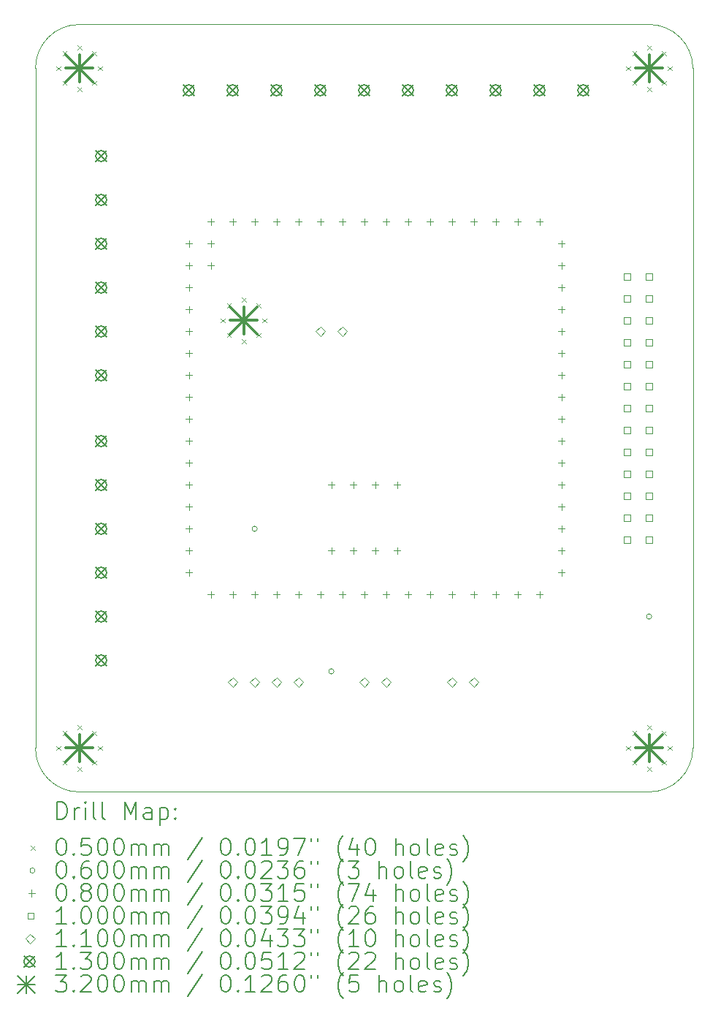
<source format=gbr>
%FSLAX45Y45*%
G04 Gerber Fmt 4.5, Leading zero omitted, Abs format (unit mm)*
G04 Created by KiCad (PCBNEW (6.0.4-103-ge02229a234)) date 2022-04-10 23:24:57*
%MOMM*%
%LPD*%
G01*
G04 APERTURE LIST*
%TA.AperFunction,Profile*%
%ADD10C,0.100000*%
%TD*%
%ADD11C,0.200000*%
%ADD12C,0.050000*%
%ADD13C,0.060000*%
%ADD14C,0.080000*%
%ADD15C,0.100000*%
%ADD16C,0.110000*%
%ADD17C,0.130000*%
%ADD18C,0.320000*%
G04 APERTURE END LIST*
D10*
X12192000Y-12954000D02*
X12192000Y-5080000D01*
X12700000Y-4572000D02*
G75*
G03*
X12192000Y-5080000I0J-508000D01*
G01*
X19812000Y-5080000D02*
X19812000Y-12954000D01*
X12192000Y-12954000D02*
G75*
G03*
X12700000Y-13462000I508000J0D01*
G01*
X19304000Y-13462000D02*
X12700000Y-13462000D01*
X19812000Y-5080000D02*
G75*
G03*
X19304000Y-4572000I-508000J0D01*
G01*
X12700000Y-4572000D02*
X19304000Y-4572000D01*
X19304000Y-13462000D02*
G75*
G03*
X19812000Y-12954000I0J508000D01*
G01*
D11*
D12*
X12435000Y-5055000D02*
X12485000Y-5105000D01*
X12485000Y-5055000D02*
X12435000Y-5105000D01*
X12435000Y-12929000D02*
X12485000Y-12979000D01*
X12485000Y-12929000D02*
X12435000Y-12979000D01*
X12505294Y-4885294D02*
X12555294Y-4935294D01*
X12555294Y-4885294D02*
X12505294Y-4935294D01*
X12505294Y-5224706D02*
X12555294Y-5274706D01*
X12555294Y-5224706D02*
X12505294Y-5274706D01*
X12505294Y-12759294D02*
X12555294Y-12809294D01*
X12555294Y-12759294D02*
X12505294Y-12809294D01*
X12505294Y-13098706D02*
X12555294Y-13148706D01*
X12555294Y-13098706D02*
X12505294Y-13148706D01*
X12675000Y-4815000D02*
X12725000Y-4865000D01*
X12725000Y-4815000D02*
X12675000Y-4865000D01*
X12675000Y-5295000D02*
X12725000Y-5345000D01*
X12725000Y-5295000D02*
X12675000Y-5345000D01*
X12675000Y-12689000D02*
X12725000Y-12739000D01*
X12725000Y-12689000D02*
X12675000Y-12739000D01*
X12675000Y-13169000D02*
X12725000Y-13219000D01*
X12725000Y-13169000D02*
X12675000Y-13219000D01*
X12844706Y-4885294D02*
X12894706Y-4935294D01*
X12894706Y-4885294D02*
X12844706Y-4935294D01*
X12844706Y-5224706D02*
X12894706Y-5274706D01*
X12894706Y-5224706D02*
X12844706Y-5274706D01*
X12844706Y-12759294D02*
X12894706Y-12809294D01*
X12894706Y-12759294D02*
X12844706Y-12809294D01*
X12844706Y-13098706D02*
X12894706Y-13148706D01*
X12894706Y-13098706D02*
X12844706Y-13148706D01*
X12915000Y-5055000D02*
X12965000Y-5105000D01*
X12965000Y-5055000D02*
X12915000Y-5105000D01*
X12915000Y-12929000D02*
X12965000Y-12979000D01*
X12965000Y-12929000D02*
X12915000Y-12979000D01*
X14340000Y-7976000D02*
X14390000Y-8026000D01*
X14390000Y-7976000D02*
X14340000Y-8026000D01*
X14410294Y-7806294D02*
X14460294Y-7856294D01*
X14460294Y-7806294D02*
X14410294Y-7856294D01*
X14410294Y-8145706D02*
X14460294Y-8195706D01*
X14460294Y-8145706D02*
X14410294Y-8195706D01*
X14580000Y-7736000D02*
X14630000Y-7786000D01*
X14630000Y-7736000D02*
X14580000Y-7786000D01*
X14580000Y-8216000D02*
X14630000Y-8266000D01*
X14630000Y-8216000D02*
X14580000Y-8266000D01*
X14749706Y-7806294D02*
X14799706Y-7856294D01*
X14799706Y-7806294D02*
X14749706Y-7856294D01*
X14749706Y-8145706D02*
X14799706Y-8195706D01*
X14799706Y-8145706D02*
X14749706Y-8195706D01*
X14820000Y-7976000D02*
X14870000Y-8026000D01*
X14870000Y-7976000D02*
X14820000Y-8026000D01*
X19039000Y-5055000D02*
X19089000Y-5105000D01*
X19089000Y-5055000D02*
X19039000Y-5105000D01*
X19039000Y-12929000D02*
X19089000Y-12979000D01*
X19089000Y-12929000D02*
X19039000Y-12979000D01*
X19109294Y-4885294D02*
X19159294Y-4935294D01*
X19159294Y-4885294D02*
X19109294Y-4935294D01*
X19109294Y-5224706D02*
X19159294Y-5274706D01*
X19159294Y-5224706D02*
X19109294Y-5274706D01*
X19109294Y-12759294D02*
X19159294Y-12809294D01*
X19159294Y-12759294D02*
X19109294Y-12809294D01*
X19109294Y-13098706D02*
X19159294Y-13148706D01*
X19159294Y-13098706D02*
X19109294Y-13148706D01*
X19279000Y-4815000D02*
X19329000Y-4865000D01*
X19329000Y-4815000D02*
X19279000Y-4865000D01*
X19279000Y-5295000D02*
X19329000Y-5345000D01*
X19329000Y-5295000D02*
X19279000Y-5345000D01*
X19279000Y-12689000D02*
X19329000Y-12739000D01*
X19329000Y-12689000D02*
X19279000Y-12739000D01*
X19279000Y-13169000D02*
X19329000Y-13219000D01*
X19329000Y-13169000D02*
X19279000Y-13219000D01*
X19448706Y-4885294D02*
X19498706Y-4935294D01*
X19498706Y-4885294D02*
X19448706Y-4935294D01*
X19448706Y-5224706D02*
X19498706Y-5274706D01*
X19498706Y-5224706D02*
X19448706Y-5274706D01*
X19448706Y-12759294D02*
X19498706Y-12809294D01*
X19498706Y-12759294D02*
X19448706Y-12809294D01*
X19448706Y-13098706D02*
X19498706Y-13148706D01*
X19498706Y-13098706D02*
X19448706Y-13148706D01*
X19519000Y-5055000D02*
X19569000Y-5105000D01*
X19569000Y-5055000D02*
X19519000Y-5105000D01*
X19519000Y-12929000D02*
X19569000Y-12979000D01*
X19569000Y-12929000D02*
X19519000Y-12979000D01*
D13*
X14762000Y-10414000D02*
G75*
G03*
X14762000Y-10414000I-30000J0D01*
G01*
X15651000Y-12065000D02*
G75*
G03*
X15651000Y-12065000I-30000J0D01*
G01*
X19334000Y-11430000D02*
G75*
G03*
X19334000Y-11430000I-30000J0D01*
G01*
D14*
X13970000Y-7072000D02*
X13970000Y-7152000D01*
X13930000Y-7112000D02*
X14010000Y-7112000D01*
X13970000Y-7326000D02*
X13970000Y-7406000D01*
X13930000Y-7366000D02*
X14010000Y-7366000D01*
X13970000Y-7580000D02*
X13970000Y-7660000D01*
X13930000Y-7620000D02*
X14010000Y-7620000D01*
X13970000Y-7834000D02*
X13970000Y-7914000D01*
X13930000Y-7874000D02*
X14010000Y-7874000D01*
X13970000Y-8088000D02*
X13970000Y-8168000D01*
X13930000Y-8128000D02*
X14010000Y-8128000D01*
X13970000Y-8342000D02*
X13970000Y-8422000D01*
X13930000Y-8382000D02*
X14010000Y-8382000D01*
X13970000Y-8596000D02*
X13970000Y-8676000D01*
X13930000Y-8636000D02*
X14010000Y-8636000D01*
X13970000Y-8850000D02*
X13970000Y-8930000D01*
X13930000Y-8890000D02*
X14010000Y-8890000D01*
X13970000Y-9104000D02*
X13970000Y-9184000D01*
X13930000Y-9144000D02*
X14010000Y-9144000D01*
X13970000Y-9358000D02*
X13970000Y-9438000D01*
X13930000Y-9398000D02*
X14010000Y-9398000D01*
X13970000Y-9612000D02*
X13970000Y-9692000D01*
X13930000Y-9652000D02*
X14010000Y-9652000D01*
X13970000Y-9866000D02*
X13970000Y-9946000D01*
X13930000Y-9906000D02*
X14010000Y-9906000D01*
X13970000Y-10120000D02*
X13970000Y-10200000D01*
X13930000Y-10160000D02*
X14010000Y-10160000D01*
X13970000Y-10374000D02*
X13970000Y-10454000D01*
X13930000Y-10414000D02*
X14010000Y-10414000D01*
X13970000Y-10628000D02*
X13970000Y-10708000D01*
X13930000Y-10668000D02*
X14010000Y-10668000D01*
X13970000Y-10882000D02*
X13970000Y-10962000D01*
X13930000Y-10922000D02*
X14010000Y-10922000D01*
X14224000Y-6818000D02*
X14224000Y-6898000D01*
X14184000Y-6858000D02*
X14264000Y-6858000D01*
X14224000Y-7072000D02*
X14224000Y-7152000D01*
X14184000Y-7112000D02*
X14264000Y-7112000D01*
X14224000Y-7326000D02*
X14224000Y-7406000D01*
X14184000Y-7366000D02*
X14264000Y-7366000D01*
X14224000Y-11136000D02*
X14224000Y-11216000D01*
X14184000Y-11176000D02*
X14264000Y-11176000D01*
X14478000Y-6818000D02*
X14478000Y-6898000D01*
X14438000Y-6858000D02*
X14518000Y-6858000D01*
X14478000Y-11136000D02*
X14478000Y-11216000D01*
X14438000Y-11176000D02*
X14518000Y-11176000D01*
X14732000Y-6818000D02*
X14732000Y-6898000D01*
X14692000Y-6858000D02*
X14772000Y-6858000D01*
X14732000Y-11136000D02*
X14732000Y-11216000D01*
X14692000Y-11176000D02*
X14772000Y-11176000D01*
X14986000Y-6818000D02*
X14986000Y-6898000D01*
X14946000Y-6858000D02*
X15026000Y-6858000D01*
X14986000Y-11136000D02*
X14986000Y-11216000D01*
X14946000Y-11176000D02*
X15026000Y-11176000D01*
X15240000Y-6818000D02*
X15240000Y-6898000D01*
X15200000Y-6858000D02*
X15280000Y-6858000D01*
X15240000Y-11136000D02*
X15240000Y-11216000D01*
X15200000Y-11176000D02*
X15280000Y-11176000D01*
X15494000Y-6818000D02*
X15494000Y-6898000D01*
X15454000Y-6858000D02*
X15534000Y-6858000D01*
X15494000Y-11136000D02*
X15494000Y-11216000D01*
X15454000Y-11176000D02*
X15534000Y-11176000D01*
X15621000Y-9866000D02*
X15621000Y-9946000D01*
X15581000Y-9906000D02*
X15661000Y-9906000D01*
X15621000Y-10628000D02*
X15621000Y-10708000D01*
X15581000Y-10668000D02*
X15661000Y-10668000D01*
X15748000Y-6818000D02*
X15748000Y-6898000D01*
X15708000Y-6858000D02*
X15788000Y-6858000D01*
X15748000Y-11136000D02*
X15748000Y-11216000D01*
X15708000Y-11176000D02*
X15788000Y-11176000D01*
X15875000Y-9866000D02*
X15875000Y-9946000D01*
X15835000Y-9906000D02*
X15915000Y-9906000D01*
X15875000Y-10628000D02*
X15875000Y-10708000D01*
X15835000Y-10668000D02*
X15915000Y-10668000D01*
X16002000Y-6818000D02*
X16002000Y-6898000D01*
X15962000Y-6858000D02*
X16042000Y-6858000D01*
X16002000Y-11136000D02*
X16002000Y-11216000D01*
X15962000Y-11176000D02*
X16042000Y-11176000D01*
X16129000Y-9866000D02*
X16129000Y-9946000D01*
X16089000Y-9906000D02*
X16169000Y-9906000D01*
X16129000Y-10628000D02*
X16129000Y-10708000D01*
X16089000Y-10668000D02*
X16169000Y-10668000D01*
X16256000Y-6818000D02*
X16256000Y-6898000D01*
X16216000Y-6858000D02*
X16296000Y-6858000D01*
X16256000Y-11136000D02*
X16256000Y-11216000D01*
X16216000Y-11176000D02*
X16296000Y-11176000D01*
X16383000Y-9866000D02*
X16383000Y-9946000D01*
X16343000Y-9906000D02*
X16423000Y-9906000D01*
X16383000Y-10628000D02*
X16383000Y-10708000D01*
X16343000Y-10668000D02*
X16423000Y-10668000D01*
X16510000Y-6818000D02*
X16510000Y-6898000D01*
X16470000Y-6858000D02*
X16550000Y-6858000D01*
X16510000Y-11136000D02*
X16510000Y-11216000D01*
X16470000Y-11176000D02*
X16550000Y-11176000D01*
X16764000Y-6818000D02*
X16764000Y-6898000D01*
X16724000Y-6858000D02*
X16804000Y-6858000D01*
X16764000Y-11136000D02*
X16764000Y-11216000D01*
X16724000Y-11176000D02*
X16804000Y-11176000D01*
X17018000Y-6818000D02*
X17018000Y-6898000D01*
X16978000Y-6858000D02*
X17058000Y-6858000D01*
X17018000Y-11136000D02*
X17018000Y-11216000D01*
X16978000Y-11176000D02*
X17058000Y-11176000D01*
X17272000Y-6818000D02*
X17272000Y-6898000D01*
X17232000Y-6858000D02*
X17312000Y-6858000D01*
X17272000Y-11136000D02*
X17272000Y-11216000D01*
X17232000Y-11176000D02*
X17312000Y-11176000D01*
X17526000Y-6818000D02*
X17526000Y-6898000D01*
X17486000Y-6858000D02*
X17566000Y-6858000D01*
X17526000Y-11136000D02*
X17526000Y-11216000D01*
X17486000Y-11176000D02*
X17566000Y-11176000D01*
X17780000Y-6818000D02*
X17780000Y-6898000D01*
X17740000Y-6858000D02*
X17820000Y-6858000D01*
X17780000Y-11136000D02*
X17780000Y-11216000D01*
X17740000Y-11176000D02*
X17820000Y-11176000D01*
X18034000Y-6818000D02*
X18034000Y-6898000D01*
X17994000Y-6858000D02*
X18074000Y-6858000D01*
X18034000Y-11136000D02*
X18034000Y-11216000D01*
X17994000Y-11176000D02*
X18074000Y-11176000D01*
X18288000Y-7072000D02*
X18288000Y-7152000D01*
X18248000Y-7112000D02*
X18328000Y-7112000D01*
X18288000Y-7326000D02*
X18288000Y-7406000D01*
X18248000Y-7366000D02*
X18328000Y-7366000D01*
X18288000Y-7580000D02*
X18288000Y-7660000D01*
X18248000Y-7620000D02*
X18328000Y-7620000D01*
X18288000Y-7834000D02*
X18288000Y-7914000D01*
X18248000Y-7874000D02*
X18328000Y-7874000D01*
X18288000Y-8088000D02*
X18288000Y-8168000D01*
X18248000Y-8128000D02*
X18328000Y-8128000D01*
X18288000Y-8342000D02*
X18288000Y-8422000D01*
X18248000Y-8382000D02*
X18328000Y-8382000D01*
X18288000Y-8596000D02*
X18288000Y-8676000D01*
X18248000Y-8636000D02*
X18328000Y-8636000D01*
X18288000Y-8850000D02*
X18288000Y-8930000D01*
X18248000Y-8890000D02*
X18328000Y-8890000D01*
X18288000Y-9104000D02*
X18288000Y-9184000D01*
X18248000Y-9144000D02*
X18328000Y-9144000D01*
X18288000Y-9358000D02*
X18288000Y-9438000D01*
X18248000Y-9398000D02*
X18328000Y-9398000D01*
X18288000Y-9612000D02*
X18288000Y-9692000D01*
X18248000Y-9652000D02*
X18328000Y-9652000D01*
X18288000Y-9866000D02*
X18288000Y-9946000D01*
X18248000Y-9906000D02*
X18328000Y-9906000D01*
X18288000Y-10120000D02*
X18288000Y-10200000D01*
X18248000Y-10160000D02*
X18328000Y-10160000D01*
X18288000Y-10374000D02*
X18288000Y-10454000D01*
X18248000Y-10414000D02*
X18328000Y-10414000D01*
X18288000Y-10628000D02*
X18288000Y-10708000D01*
X18248000Y-10668000D02*
X18328000Y-10668000D01*
X18288000Y-10882000D02*
X18288000Y-10962000D01*
X18248000Y-10922000D02*
X18328000Y-10922000D01*
D15*
X19085356Y-7528356D02*
X19085356Y-7457644D01*
X19014644Y-7457644D01*
X19014644Y-7528356D01*
X19085356Y-7528356D01*
X19085356Y-7782356D02*
X19085356Y-7711644D01*
X19014644Y-7711644D01*
X19014644Y-7782356D01*
X19085356Y-7782356D01*
X19085356Y-8036356D02*
X19085356Y-7965644D01*
X19014644Y-7965644D01*
X19014644Y-8036356D01*
X19085356Y-8036356D01*
X19085356Y-8290356D02*
X19085356Y-8219644D01*
X19014644Y-8219644D01*
X19014644Y-8290356D01*
X19085356Y-8290356D01*
X19085356Y-8544356D02*
X19085356Y-8473644D01*
X19014644Y-8473644D01*
X19014644Y-8544356D01*
X19085356Y-8544356D01*
X19085356Y-8798356D02*
X19085356Y-8727644D01*
X19014644Y-8727644D01*
X19014644Y-8798356D01*
X19085356Y-8798356D01*
X19085356Y-9052356D02*
X19085356Y-8981644D01*
X19014644Y-8981644D01*
X19014644Y-9052356D01*
X19085356Y-9052356D01*
X19085356Y-9306356D02*
X19085356Y-9235644D01*
X19014644Y-9235644D01*
X19014644Y-9306356D01*
X19085356Y-9306356D01*
X19085356Y-9560356D02*
X19085356Y-9489644D01*
X19014644Y-9489644D01*
X19014644Y-9560356D01*
X19085356Y-9560356D01*
X19085356Y-9814356D02*
X19085356Y-9743644D01*
X19014644Y-9743644D01*
X19014644Y-9814356D01*
X19085356Y-9814356D01*
X19085356Y-10068356D02*
X19085356Y-9997644D01*
X19014644Y-9997644D01*
X19014644Y-10068356D01*
X19085356Y-10068356D01*
X19085356Y-10322356D02*
X19085356Y-10251644D01*
X19014644Y-10251644D01*
X19014644Y-10322356D01*
X19085356Y-10322356D01*
X19085356Y-10576356D02*
X19085356Y-10505644D01*
X19014644Y-10505644D01*
X19014644Y-10576356D01*
X19085356Y-10576356D01*
X19339356Y-7528356D02*
X19339356Y-7457644D01*
X19268644Y-7457644D01*
X19268644Y-7528356D01*
X19339356Y-7528356D01*
X19339356Y-7782356D02*
X19339356Y-7711644D01*
X19268644Y-7711644D01*
X19268644Y-7782356D01*
X19339356Y-7782356D01*
X19339356Y-8036356D02*
X19339356Y-7965644D01*
X19268644Y-7965644D01*
X19268644Y-8036356D01*
X19339356Y-8036356D01*
X19339356Y-8290356D02*
X19339356Y-8219644D01*
X19268644Y-8219644D01*
X19268644Y-8290356D01*
X19339356Y-8290356D01*
X19339356Y-8544356D02*
X19339356Y-8473644D01*
X19268644Y-8473644D01*
X19268644Y-8544356D01*
X19339356Y-8544356D01*
X19339356Y-8798356D02*
X19339356Y-8727644D01*
X19268644Y-8727644D01*
X19268644Y-8798356D01*
X19339356Y-8798356D01*
X19339356Y-9052356D02*
X19339356Y-8981644D01*
X19268644Y-8981644D01*
X19268644Y-9052356D01*
X19339356Y-9052356D01*
X19339356Y-9306356D02*
X19339356Y-9235644D01*
X19268644Y-9235644D01*
X19268644Y-9306356D01*
X19339356Y-9306356D01*
X19339356Y-9560356D02*
X19339356Y-9489644D01*
X19268644Y-9489644D01*
X19268644Y-9560356D01*
X19339356Y-9560356D01*
X19339356Y-9814356D02*
X19339356Y-9743644D01*
X19268644Y-9743644D01*
X19268644Y-9814356D01*
X19339356Y-9814356D01*
X19339356Y-10068356D02*
X19339356Y-9997644D01*
X19268644Y-9997644D01*
X19268644Y-10068356D01*
X19339356Y-10068356D01*
X19339356Y-10322356D02*
X19339356Y-10251644D01*
X19268644Y-10251644D01*
X19268644Y-10322356D01*
X19339356Y-10322356D01*
X19339356Y-10576356D02*
X19339356Y-10505644D01*
X19268644Y-10505644D01*
X19268644Y-10576356D01*
X19339356Y-10576356D01*
D16*
X14478000Y-12247000D02*
X14533000Y-12192000D01*
X14478000Y-12137000D01*
X14423000Y-12192000D01*
X14478000Y-12247000D01*
X14732000Y-12247000D02*
X14787000Y-12192000D01*
X14732000Y-12137000D01*
X14677000Y-12192000D01*
X14732000Y-12247000D01*
X14986000Y-12247000D02*
X15041000Y-12192000D01*
X14986000Y-12137000D01*
X14931000Y-12192000D01*
X14986000Y-12247000D01*
X15240000Y-12247000D02*
X15295000Y-12192000D01*
X15240000Y-12137000D01*
X15185000Y-12192000D01*
X15240000Y-12247000D01*
X15494000Y-8183000D02*
X15549000Y-8128000D01*
X15494000Y-8073000D01*
X15439000Y-8128000D01*
X15494000Y-8183000D01*
X15748000Y-8183000D02*
X15803000Y-8128000D01*
X15748000Y-8073000D01*
X15693000Y-8128000D01*
X15748000Y-8183000D01*
X16002000Y-12247000D02*
X16057000Y-12192000D01*
X16002000Y-12137000D01*
X15947000Y-12192000D01*
X16002000Y-12247000D01*
X16256000Y-12247000D02*
X16311000Y-12192000D01*
X16256000Y-12137000D01*
X16201000Y-12192000D01*
X16256000Y-12247000D01*
X17018000Y-12247000D02*
X17073000Y-12192000D01*
X17018000Y-12137000D01*
X16963000Y-12192000D01*
X17018000Y-12247000D01*
X17272000Y-12247000D02*
X17327000Y-12192000D01*
X17272000Y-12137000D01*
X17217000Y-12192000D01*
X17272000Y-12247000D01*
D17*
X12889000Y-6031000D02*
X13019000Y-6161000D01*
X13019000Y-6031000D02*
X12889000Y-6161000D01*
X13019000Y-6096000D02*
G75*
G03*
X13019000Y-6096000I-65000J0D01*
G01*
X12889000Y-6539000D02*
X13019000Y-6669000D01*
X13019000Y-6539000D02*
X12889000Y-6669000D01*
X13019000Y-6604000D02*
G75*
G03*
X13019000Y-6604000I-65000J0D01*
G01*
X12889000Y-7047000D02*
X13019000Y-7177000D01*
X13019000Y-7047000D02*
X12889000Y-7177000D01*
X13019000Y-7112000D02*
G75*
G03*
X13019000Y-7112000I-65000J0D01*
G01*
X12889000Y-7555000D02*
X13019000Y-7685000D01*
X13019000Y-7555000D02*
X12889000Y-7685000D01*
X13019000Y-7620000D02*
G75*
G03*
X13019000Y-7620000I-65000J0D01*
G01*
X12889000Y-8063000D02*
X13019000Y-8193000D01*
X13019000Y-8063000D02*
X12889000Y-8193000D01*
X13019000Y-8128000D02*
G75*
G03*
X13019000Y-8128000I-65000J0D01*
G01*
X12889000Y-8571000D02*
X13019000Y-8701000D01*
X13019000Y-8571000D02*
X12889000Y-8701000D01*
X13019000Y-8636000D02*
G75*
G03*
X13019000Y-8636000I-65000J0D01*
G01*
X12889000Y-9333000D02*
X13019000Y-9463000D01*
X13019000Y-9333000D02*
X12889000Y-9463000D01*
X13019000Y-9398000D02*
G75*
G03*
X13019000Y-9398000I-65000J0D01*
G01*
X12889000Y-9841000D02*
X13019000Y-9971000D01*
X13019000Y-9841000D02*
X12889000Y-9971000D01*
X13019000Y-9906000D02*
G75*
G03*
X13019000Y-9906000I-65000J0D01*
G01*
X12889000Y-10349000D02*
X13019000Y-10479000D01*
X13019000Y-10349000D02*
X12889000Y-10479000D01*
X13019000Y-10414000D02*
G75*
G03*
X13019000Y-10414000I-65000J0D01*
G01*
X12889000Y-10857000D02*
X13019000Y-10987000D01*
X13019000Y-10857000D02*
X12889000Y-10987000D01*
X13019000Y-10922000D02*
G75*
G03*
X13019000Y-10922000I-65000J0D01*
G01*
X12889000Y-11365000D02*
X13019000Y-11495000D01*
X13019000Y-11365000D02*
X12889000Y-11495000D01*
X13019000Y-11430000D02*
G75*
G03*
X13019000Y-11430000I-65000J0D01*
G01*
X12889000Y-11873000D02*
X13019000Y-12003000D01*
X13019000Y-11873000D02*
X12889000Y-12003000D01*
X13019000Y-11938000D02*
G75*
G03*
X13019000Y-11938000I-65000J0D01*
G01*
X13905000Y-5269000D02*
X14035000Y-5399000D01*
X14035000Y-5269000D02*
X13905000Y-5399000D01*
X14035000Y-5334000D02*
G75*
G03*
X14035000Y-5334000I-65000J0D01*
G01*
X14413000Y-5269000D02*
X14543000Y-5399000D01*
X14543000Y-5269000D02*
X14413000Y-5399000D01*
X14543000Y-5334000D02*
G75*
G03*
X14543000Y-5334000I-65000J0D01*
G01*
X14921000Y-5269000D02*
X15051000Y-5399000D01*
X15051000Y-5269000D02*
X14921000Y-5399000D01*
X15051000Y-5334000D02*
G75*
G03*
X15051000Y-5334000I-65000J0D01*
G01*
X15429000Y-5269000D02*
X15559000Y-5399000D01*
X15559000Y-5269000D02*
X15429000Y-5399000D01*
X15559000Y-5334000D02*
G75*
G03*
X15559000Y-5334000I-65000J0D01*
G01*
X15937000Y-5269000D02*
X16067000Y-5399000D01*
X16067000Y-5269000D02*
X15937000Y-5399000D01*
X16067000Y-5334000D02*
G75*
G03*
X16067000Y-5334000I-65000J0D01*
G01*
X16445000Y-5269000D02*
X16575000Y-5399000D01*
X16575000Y-5269000D02*
X16445000Y-5399000D01*
X16575000Y-5334000D02*
G75*
G03*
X16575000Y-5334000I-65000J0D01*
G01*
X16953000Y-5269000D02*
X17083000Y-5399000D01*
X17083000Y-5269000D02*
X16953000Y-5399000D01*
X17083000Y-5334000D02*
G75*
G03*
X17083000Y-5334000I-65000J0D01*
G01*
X17461000Y-5269000D02*
X17591000Y-5399000D01*
X17591000Y-5269000D02*
X17461000Y-5399000D01*
X17591000Y-5334000D02*
G75*
G03*
X17591000Y-5334000I-65000J0D01*
G01*
X17969000Y-5269000D02*
X18099000Y-5399000D01*
X18099000Y-5269000D02*
X17969000Y-5399000D01*
X18099000Y-5334000D02*
G75*
G03*
X18099000Y-5334000I-65000J0D01*
G01*
X18477000Y-5269000D02*
X18607000Y-5399000D01*
X18607000Y-5269000D02*
X18477000Y-5399000D01*
X18607000Y-5334000D02*
G75*
G03*
X18607000Y-5334000I-65000J0D01*
G01*
D18*
X12540000Y-4920000D02*
X12860000Y-5240000D01*
X12860000Y-4920000D02*
X12540000Y-5240000D01*
X12700000Y-4920000D02*
X12700000Y-5240000D01*
X12540000Y-5080000D02*
X12860000Y-5080000D01*
X12540000Y-12794000D02*
X12860000Y-13114000D01*
X12860000Y-12794000D02*
X12540000Y-13114000D01*
X12700000Y-12794000D02*
X12700000Y-13114000D01*
X12540000Y-12954000D02*
X12860000Y-12954000D01*
X14445000Y-7841000D02*
X14765000Y-8161000D01*
X14765000Y-7841000D02*
X14445000Y-8161000D01*
X14605000Y-7841000D02*
X14605000Y-8161000D01*
X14445000Y-8001000D02*
X14765000Y-8001000D01*
X19144000Y-4920000D02*
X19464000Y-5240000D01*
X19464000Y-4920000D02*
X19144000Y-5240000D01*
X19304000Y-4920000D02*
X19304000Y-5240000D01*
X19144000Y-5080000D02*
X19464000Y-5080000D01*
X19144000Y-12794000D02*
X19464000Y-13114000D01*
X19464000Y-12794000D02*
X19144000Y-13114000D01*
X19304000Y-12794000D02*
X19304000Y-13114000D01*
X19144000Y-12954000D02*
X19464000Y-12954000D01*
D11*
X12444619Y-13777476D02*
X12444619Y-13577476D01*
X12492238Y-13577476D01*
X12520809Y-13587000D01*
X12539857Y-13606048D01*
X12549381Y-13625095D01*
X12558905Y-13663190D01*
X12558905Y-13691762D01*
X12549381Y-13729857D01*
X12539857Y-13748905D01*
X12520809Y-13767952D01*
X12492238Y-13777476D01*
X12444619Y-13777476D01*
X12644619Y-13777476D02*
X12644619Y-13644143D01*
X12644619Y-13682238D02*
X12654143Y-13663190D01*
X12663667Y-13653667D01*
X12682714Y-13644143D01*
X12701762Y-13644143D01*
X12768428Y-13777476D02*
X12768428Y-13644143D01*
X12768428Y-13577476D02*
X12758905Y-13587000D01*
X12768428Y-13596524D01*
X12777952Y-13587000D01*
X12768428Y-13577476D01*
X12768428Y-13596524D01*
X12892238Y-13777476D02*
X12873190Y-13767952D01*
X12863667Y-13748905D01*
X12863667Y-13577476D01*
X12997000Y-13777476D02*
X12977952Y-13767952D01*
X12968428Y-13748905D01*
X12968428Y-13577476D01*
X13225571Y-13777476D02*
X13225571Y-13577476D01*
X13292238Y-13720333D01*
X13358905Y-13577476D01*
X13358905Y-13777476D01*
X13539857Y-13777476D02*
X13539857Y-13672714D01*
X13530333Y-13653667D01*
X13511286Y-13644143D01*
X13473190Y-13644143D01*
X13454143Y-13653667D01*
X13539857Y-13767952D02*
X13520809Y-13777476D01*
X13473190Y-13777476D01*
X13454143Y-13767952D01*
X13444619Y-13748905D01*
X13444619Y-13729857D01*
X13454143Y-13710809D01*
X13473190Y-13701286D01*
X13520809Y-13701286D01*
X13539857Y-13691762D01*
X13635095Y-13644143D02*
X13635095Y-13844143D01*
X13635095Y-13653667D02*
X13654143Y-13644143D01*
X13692238Y-13644143D01*
X13711286Y-13653667D01*
X13720809Y-13663190D01*
X13730333Y-13682238D01*
X13730333Y-13739381D01*
X13720809Y-13758428D01*
X13711286Y-13767952D01*
X13692238Y-13777476D01*
X13654143Y-13777476D01*
X13635095Y-13767952D01*
X13816048Y-13758428D02*
X13825571Y-13767952D01*
X13816048Y-13777476D01*
X13806524Y-13767952D01*
X13816048Y-13758428D01*
X13816048Y-13777476D01*
X13816048Y-13653667D02*
X13825571Y-13663190D01*
X13816048Y-13672714D01*
X13806524Y-13663190D01*
X13816048Y-13653667D01*
X13816048Y-13672714D01*
D12*
X12137000Y-14082000D02*
X12187000Y-14132000D01*
X12187000Y-14082000D02*
X12137000Y-14132000D01*
D11*
X12482714Y-13997476D02*
X12501762Y-13997476D01*
X12520809Y-14007000D01*
X12530333Y-14016524D01*
X12539857Y-14035571D01*
X12549381Y-14073667D01*
X12549381Y-14121286D01*
X12539857Y-14159381D01*
X12530333Y-14178428D01*
X12520809Y-14187952D01*
X12501762Y-14197476D01*
X12482714Y-14197476D01*
X12463667Y-14187952D01*
X12454143Y-14178428D01*
X12444619Y-14159381D01*
X12435095Y-14121286D01*
X12435095Y-14073667D01*
X12444619Y-14035571D01*
X12454143Y-14016524D01*
X12463667Y-14007000D01*
X12482714Y-13997476D01*
X12635095Y-14178428D02*
X12644619Y-14187952D01*
X12635095Y-14197476D01*
X12625571Y-14187952D01*
X12635095Y-14178428D01*
X12635095Y-14197476D01*
X12825571Y-13997476D02*
X12730333Y-13997476D01*
X12720809Y-14092714D01*
X12730333Y-14083190D01*
X12749381Y-14073667D01*
X12797000Y-14073667D01*
X12816048Y-14083190D01*
X12825571Y-14092714D01*
X12835095Y-14111762D01*
X12835095Y-14159381D01*
X12825571Y-14178428D01*
X12816048Y-14187952D01*
X12797000Y-14197476D01*
X12749381Y-14197476D01*
X12730333Y-14187952D01*
X12720809Y-14178428D01*
X12958905Y-13997476D02*
X12977952Y-13997476D01*
X12997000Y-14007000D01*
X13006524Y-14016524D01*
X13016048Y-14035571D01*
X13025571Y-14073667D01*
X13025571Y-14121286D01*
X13016048Y-14159381D01*
X13006524Y-14178428D01*
X12997000Y-14187952D01*
X12977952Y-14197476D01*
X12958905Y-14197476D01*
X12939857Y-14187952D01*
X12930333Y-14178428D01*
X12920809Y-14159381D01*
X12911286Y-14121286D01*
X12911286Y-14073667D01*
X12920809Y-14035571D01*
X12930333Y-14016524D01*
X12939857Y-14007000D01*
X12958905Y-13997476D01*
X13149381Y-13997476D02*
X13168428Y-13997476D01*
X13187476Y-14007000D01*
X13197000Y-14016524D01*
X13206524Y-14035571D01*
X13216048Y-14073667D01*
X13216048Y-14121286D01*
X13206524Y-14159381D01*
X13197000Y-14178428D01*
X13187476Y-14187952D01*
X13168428Y-14197476D01*
X13149381Y-14197476D01*
X13130333Y-14187952D01*
X13120809Y-14178428D01*
X13111286Y-14159381D01*
X13101762Y-14121286D01*
X13101762Y-14073667D01*
X13111286Y-14035571D01*
X13120809Y-14016524D01*
X13130333Y-14007000D01*
X13149381Y-13997476D01*
X13301762Y-14197476D02*
X13301762Y-14064143D01*
X13301762Y-14083190D02*
X13311286Y-14073667D01*
X13330333Y-14064143D01*
X13358905Y-14064143D01*
X13377952Y-14073667D01*
X13387476Y-14092714D01*
X13387476Y-14197476D01*
X13387476Y-14092714D02*
X13397000Y-14073667D01*
X13416048Y-14064143D01*
X13444619Y-14064143D01*
X13463667Y-14073667D01*
X13473190Y-14092714D01*
X13473190Y-14197476D01*
X13568428Y-14197476D02*
X13568428Y-14064143D01*
X13568428Y-14083190D02*
X13577952Y-14073667D01*
X13597000Y-14064143D01*
X13625571Y-14064143D01*
X13644619Y-14073667D01*
X13654143Y-14092714D01*
X13654143Y-14197476D01*
X13654143Y-14092714D02*
X13663667Y-14073667D01*
X13682714Y-14064143D01*
X13711286Y-14064143D01*
X13730333Y-14073667D01*
X13739857Y-14092714D01*
X13739857Y-14197476D01*
X14130333Y-13987952D02*
X13958905Y-14245095D01*
X14387476Y-13997476D02*
X14406524Y-13997476D01*
X14425571Y-14007000D01*
X14435095Y-14016524D01*
X14444619Y-14035571D01*
X14454143Y-14073667D01*
X14454143Y-14121286D01*
X14444619Y-14159381D01*
X14435095Y-14178428D01*
X14425571Y-14187952D01*
X14406524Y-14197476D01*
X14387476Y-14197476D01*
X14368428Y-14187952D01*
X14358905Y-14178428D01*
X14349381Y-14159381D01*
X14339857Y-14121286D01*
X14339857Y-14073667D01*
X14349381Y-14035571D01*
X14358905Y-14016524D01*
X14368428Y-14007000D01*
X14387476Y-13997476D01*
X14539857Y-14178428D02*
X14549381Y-14187952D01*
X14539857Y-14197476D01*
X14530333Y-14187952D01*
X14539857Y-14178428D01*
X14539857Y-14197476D01*
X14673190Y-13997476D02*
X14692238Y-13997476D01*
X14711286Y-14007000D01*
X14720809Y-14016524D01*
X14730333Y-14035571D01*
X14739857Y-14073667D01*
X14739857Y-14121286D01*
X14730333Y-14159381D01*
X14720809Y-14178428D01*
X14711286Y-14187952D01*
X14692238Y-14197476D01*
X14673190Y-14197476D01*
X14654143Y-14187952D01*
X14644619Y-14178428D01*
X14635095Y-14159381D01*
X14625571Y-14121286D01*
X14625571Y-14073667D01*
X14635095Y-14035571D01*
X14644619Y-14016524D01*
X14654143Y-14007000D01*
X14673190Y-13997476D01*
X14930333Y-14197476D02*
X14816048Y-14197476D01*
X14873190Y-14197476D02*
X14873190Y-13997476D01*
X14854143Y-14026048D01*
X14835095Y-14045095D01*
X14816048Y-14054619D01*
X15025571Y-14197476D02*
X15063667Y-14197476D01*
X15082714Y-14187952D01*
X15092238Y-14178428D01*
X15111286Y-14149857D01*
X15120809Y-14111762D01*
X15120809Y-14035571D01*
X15111286Y-14016524D01*
X15101762Y-14007000D01*
X15082714Y-13997476D01*
X15044619Y-13997476D01*
X15025571Y-14007000D01*
X15016048Y-14016524D01*
X15006524Y-14035571D01*
X15006524Y-14083190D01*
X15016048Y-14102238D01*
X15025571Y-14111762D01*
X15044619Y-14121286D01*
X15082714Y-14121286D01*
X15101762Y-14111762D01*
X15111286Y-14102238D01*
X15120809Y-14083190D01*
X15187476Y-13997476D02*
X15320809Y-13997476D01*
X15235095Y-14197476D01*
X15387476Y-13997476D02*
X15387476Y-14035571D01*
X15463667Y-13997476D02*
X15463667Y-14035571D01*
X15758905Y-14273667D02*
X15749381Y-14264143D01*
X15730333Y-14235571D01*
X15720809Y-14216524D01*
X15711286Y-14187952D01*
X15701762Y-14140333D01*
X15701762Y-14102238D01*
X15711286Y-14054619D01*
X15720809Y-14026048D01*
X15730333Y-14007000D01*
X15749381Y-13978428D01*
X15758905Y-13968905D01*
X15920809Y-14064143D02*
X15920809Y-14197476D01*
X15873190Y-13987952D02*
X15825571Y-14130809D01*
X15949381Y-14130809D01*
X16063667Y-13997476D02*
X16082714Y-13997476D01*
X16101762Y-14007000D01*
X16111286Y-14016524D01*
X16120809Y-14035571D01*
X16130333Y-14073667D01*
X16130333Y-14121286D01*
X16120809Y-14159381D01*
X16111286Y-14178428D01*
X16101762Y-14187952D01*
X16082714Y-14197476D01*
X16063667Y-14197476D01*
X16044619Y-14187952D01*
X16035095Y-14178428D01*
X16025571Y-14159381D01*
X16016048Y-14121286D01*
X16016048Y-14073667D01*
X16025571Y-14035571D01*
X16035095Y-14016524D01*
X16044619Y-14007000D01*
X16063667Y-13997476D01*
X16368428Y-14197476D02*
X16368428Y-13997476D01*
X16454143Y-14197476D02*
X16454143Y-14092714D01*
X16444619Y-14073667D01*
X16425571Y-14064143D01*
X16397000Y-14064143D01*
X16377952Y-14073667D01*
X16368428Y-14083190D01*
X16577952Y-14197476D02*
X16558905Y-14187952D01*
X16549381Y-14178428D01*
X16539857Y-14159381D01*
X16539857Y-14102238D01*
X16549381Y-14083190D01*
X16558905Y-14073667D01*
X16577952Y-14064143D01*
X16606524Y-14064143D01*
X16625571Y-14073667D01*
X16635095Y-14083190D01*
X16644619Y-14102238D01*
X16644619Y-14159381D01*
X16635095Y-14178428D01*
X16625571Y-14187952D01*
X16606524Y-14197476D01*
X16577952Y-14197476D01*
X16758905Y-14197476D02*
X16739857Y-14187952D01*
X16730333Y-14168905D01*
X16730333Y-13997476D01*
X16911286Y-14187952D02*
X16892238Y-14197476D01*
X16854143Y-14197476D01*
X16835095Y-14187952D01*
X16825571Y-14168905D01*
X16825571Y-14092714D01*
X16835095Y-14073667D01*
X16854143Y-14064143D01*
X16892238Y-14064143D01*
X16911286Y-14073667D01*
X16920810Y-14092714D01*
X16920810Y-14111762D01*
X16825571Y-14130809D01*
X16997000Y-14187952D02*
X17016048Y-14197476D01*
X17054143Y-14197476D01*
X17073190Y-14187952D01*
X17082714Y-14168905D01*
X17082714Y-14159381D01*
X17073190Y-14140333D01*
X17054143Y-14130809D01*
X17025571Y-14130809D01*
X17006524Y-14121286D01*
X16997000Y-14102238D01*
X16997000Y-14092714D01*
X17006524Y-14073667D01*
X17025571Y-14064143D01*
X17054143Y-14064143D01*
X17073190Y-14073667D01*
X17149381Y-14273667D02*
X17158905Y-14264143D01*
X17177952Y-14235571D01*
X17187476Y-14216524D01*
X17197000Y-14187952D01*
X17206524Y-14140333D01*
X17206524Y-14102238D01*
X17197000Y-14054619D01*
X17187476Y-14026048D01*
X17177952Y-14007000D01*
X17158905Y-13978428D01*
X17149381Y-13968905D01*
D13*
X12187000Y-14371000D02*
G75*
G03*
X12187000Y-14371000I-30000J0D01*
G01*
D11*
X12482714Y-14261476D02*
X12501762Y-14261476D01*
X12520809Y-14271000D01*
X12530333Y-14280524D01*
X12539857Y-14299571D01*
X12549381Y-14337667D01*
X12549381Y-14385286D01*
X12539857Y-14423381D01*
X12530333Y-14442428D01*
X12520809Y-14451952D01*
X12501762Y-14461476D01*
X12482714Y-14461476D01*
X12463667Y-14451952D01*
X12454143Y-14442428D01*
X12444619Y-14423381D01*
X12435095Y-14385286D01*
X12435095Y-14337667D01*
X12444619Y-14299571D01*
X12454143Y-14280524D01*
X12463667Y-14271000D01*
X12482714Y-14261476D01*
X12635095Y-14442428D02*
X12644619Y-14451952D01*
X12635095Y-14461476D01*
X12625571Y-14451952D01*
X12635095Y-14442428D01*
X12635095Y-14461476D01*
X12816048Y-14261476D02*
X12777952Y-14261476D01*
X12758905Y-14271000D01*
X12749381Y-14280524D01*
X12730333Y-14309095D01*
X12720809Y-14347190D01*
X12720809Y-14423381D01*
X12730333Y-14442428D01*
X12739857Y-14451952D01*
X12758905Y-14461476D01*
X12797000Y-14461476D01*
X12816048Y-14451952D01*
X12825571Y-14442428D01*
X12835095Y-14423381D01*
X12835095Y-14375762D01*
X12825571Y-14356714D01*
X12816048Y-14347190D01*
X12797000Y-14337667D01*
X12758905Y-14337667D01*
X12739857Y-14347190D01*
X12730333Y-14356714D01*
X12720809Y-14375762D01*
X12958905Y-14261476D02*
X12977952Y-14261476D01*
X12997000Y-14271000D01*
X13006524Y-14280524D01*
X13016048Y-14299571D01*
X13025571Y-14337667D01*
X13025571Y-14385286D01*
X13016048Y-14423381D01*
X13006524Y-14442428D01*
X12997000Y-14451952D01*
X12977952Y-14461476D01*
X12958905Y-14461476D01*
X12939857Y-14451952D01*
X12930333Y-14442428D01*
X12920809Y-14423381D01*
X12911286Y-14385286D01*
X12911286Y-14337667D01*
X12920809Y-14299571D01*
X12930333Y-14280524D01*
X12939857Y-14271000D01*
X12958905Y-14261476D01*
X13149381Y-14261476D02*
X13168428Y-14261476D01*
X13187476Y-14271000D01*
X13197000Y-14280524D01*
X13206524Y-14299571D01*
X13216048Y-14337667D01*
X13216048Y-14385286D01*
X13206524Y-14423381D01*
X13197000Y-14442428D01*
X13187476Y-14451952D01*
X13168428Y-14461476D01*
X13149381Y-14461476D01*
X13130333Y-14451952D01*
X13120809Y-14442428D01*
X13111286Y-14423381D01*
X13101762Y-14385286D01*
X13101762Y-14337667D01*
X13111286Y-14299571D01*
X13120809Y-14280524D01*
X13130333Y-14271000D01*
X13149381Y-14261476D01*
X13301762Y-14461476D02*
X13301762Y-14328143D01*
X13301762Y-14347190D02*
X13311286Y-14337667D01*
X13330333Y-14328143D01*
X13358905Y-14328143D01*
X13377952Y-14337667D01*
X13387476Y-14356714D01*
X13387476Y-14461476D01*
X13387476Y-14356714D02*
X13397000Y-14337667D01*
X13416048Y-14328143D01*
X13444619Y-14328143D01*
X13463667Y-14337667D01*
X13473190Y-14356714D01*
X13473190Y-14461476D01*
X13568428Y-14461476D02*
X13568428Y-14328143D01*
X13568428Y-14347190D02*
X13577952Y-14337667D01*
X13597000Y-14328143D01*
X13625571Y-14328143D01*
X13644619Y-14337667D01*
X13654143Y-14356714D01*
X13654143Y-14461476D01*
X13654143Y-14356714D02*
X13663667Y-14337667D01*
X13682714Y-14328143D01*
X13711286Y-14328143D01*
X13730333Y-14337667D01*
X13739857Y-14356714D01*
X13739857Y-14461476D01*
X14130333Y-14251952D02*
X13958905Y-14509095D01*
X14387476Y-14261476D02*
X14406524Y-14261476D01*
X14425571Y-14271000D01*
X14435095Y-14280524D01*
X14444619Y-14299571D01*
X14454143Y-14337667D01*
X14454143Y-14385286D01*
X14444619Y-14423381D01*
X14435095Y-14442428D01*
X14425571Y-14451952D01*
X14406524Y-14461476D01*
X14387476Y-14461476D01*
X14368428Y-14451952D01*
X14358905Y-14442428D01*
X14349381Y-14423381D01*
X14339857Y-14385286D01*
X14339857Y-14337667D01*
X14349381Y-14299571D01*
X14358905Y-14280524D01*
X14368428Y-14271000D01*
X14387476Y-14261476D01*
X14539857Y-14442428D02*
X14549381Y-14451952D01*
X14539857Y-14461476D01*
X14530333Y-14451952D01*
X14539857Y-14442428D01*
X14539857Y-14461476D01*
X14673190Y-14261476D02*
X14692238Y-14261476D01*
X14711286Y-14271000D01*
X14720809Y-14280524D01*
X14730333Y-14299571D01*
X14739857Y-14337667D01*
X14739857Y-14385286D01*
X14730333Y-14423381D01*
X14720809Y-14442428D01*
X14711286Y-14451952D01*
X14692238Y-14461476D01*
X14673190Y-14461476D01*
X14654143Y-14451952D01*
X14644619Y-14442428D01*
X14635095Y-14423381D01*
X14625571Y-14385286D01*
X14625571Y-14337667D01*
X14635095Y-14299571D01*
X14644619Y-14280524D01*
X14654143Y-14271000D01*
X14673190Y-14261476D01*
X14816048Y-14280524D02*
X14825571Y-14271000D01*
X14844619Y-14261476D01*
X14892238Y-14261476D01*
X14911286Y-14271000D01*
X14920809Y-14280524D01*
X14930333Y-14299571D01*
X14930333Y-14318619D01*
X14920809Y-14347190D01*
X14806524Y-14461476D01*
X14930333Y-14461476D01*
X14997000Y-14261476D02*
X15120809Y-14261476D01*
X15054143Y-14337667D01*
X15082714Y-14337667D01*
X15101762Y-14347190D01*
X15111286Y-14356714D01*
X15120809Y-14375762D01*
X15120809Y-14423381D01*
X15111286Y-14442428D01*
X15101762Y-14451952D01*
X15082714Y-14461476D01*
X15025571Y-14461476D01*
X15006524Y-14451952D01*
X14997000Y-14442428D01*
X15292238Y-14261476D02*
X15254143Y-14261476D01*
X15235095Y-14271000D01*
X15225571Y-14280524D01*
X15206524Y-14309095D01*
X15197000Y-14347190D01*
X15197000Y-14423381D01*
X15206524Y-14442428D01*
X15216048Y-14451952D01*
X15235095Y-14461476D01*
X15273190Y-14461476D01*
X15292238Y-14451952D01*
X15301762Y-14442428D01*
X15311286Y-14423381D01*
X15311286Y-14375762D01*
X15301762Y-14356714D01*
X15292238Y-14347190D01*
X15273190Y-14337667D01*
X15235095Y-14337667D01*
X15216048Y-14347190D01*
X15206524Y-14356714D01*
X15197000Y-14375762D01*
X15387476Y-14261476D02*
X15387476Y-14299571D01*
X15463667Y-14261476D02*
X15463667Y-14299571D01*
X15758905Y-14537667D02*
X15749381Y-14528143D01*
X15730333Y-14499571D01*
X15720809Y-14480524D01*
X15711286Y-14451952D01*
X15701762Y-14404333D01*
X15701762Y-14366238D01*
X15711286Y-14318619D01*
X15720809Y-14290048D01*
X15730333Y-14271000D01*
X15749381Y-14242428D01*
X15758905Y-14232905D01*
X15816048Y-14261476D02*
X15939857Y-14261476D01*
X15873190Y-14337667D01*
X15901762Y-14337667D01*
X15920809Y-14347190D01*
X15930333Y-14356714D01*
X15939857Y-14375762D01*
X15939857Y-14423381D01*
X15930333Y-14442428D01*
X15920809Y-14451952D01*
X15901762Y-14461476D01*
X15844619Y-14461476D01*
X15825571Y-14451952D01*
X15816048Y-14442428D01*
X16177952Y-14461476D02*
X16177952Y-14261476D01*
X16263667Y-14461476D02*
X16263667Y-14356714D01*
X16254143Y-14337667D01*
X16235095Y-14328143D01*
X16206524Y-14328143D01*
X16187476Y-14337667D01*
X16177952Y-14347190D01*
X16387476Y-14461476D02*
X16368428Y-14451952D01*
X16358905Y-14442428D01*
X16349381Y-14423381D01*
X16349381Y-14366238D01*
X16358905Y-14347190D01*
X16368428Y-14337667D01*
X16387476Y-14328143D01*
X16416048Y-14328143D01*
X16435095Y-14337667D01*
X16444619Y-14347190D01*
X16454143Y-14366238D01*
X16454143Y-14423381D01*
X16444619Y-14442428D01*
X16435095Y-14451952D01*
X16416048Y-14461476D01*
X16387476Y-14461476D01*
X16568428Y-14461476D02*
X16549381Y-14451952D01*
X16539857Y-14432905D01*
X16539857Y-14261476D01*
X16720809Y-14451952D02*
X16701762Y-14461476D01*
X16663667Y-14461476D01*
X16644619Y-14451952D01*
X16635095Y-14432905D01*
X16635095Y-14356714D01*
X16644619Y-14337667D01*
X16663667Y-14328143D01*
X16701762Y-14328143D01*
X16720809Y-14337667D01*
X16730333Y-14356714D01*
X16730333Y-14375762D01*
X16635095Y-14394809D01*
X16806524Y-14451952D02*
X16825571Y-14461476D01*
X16863667Y-14461476D01*
X16882714Y-14451952D01*
X16892238Y-14432905D01*
X16892238Y-14423381D01*
X16882714Y-14404333D01*
X16863667Y-14394809D01*
X16835095Y-14394809D01*
X16816048Y-14385286D01*
X16806524Y-14366238D01*
X16806524Y-14356714D01*
X16816048Y-14337667D01*
X16835095Y-14328143D01*
X16863667Y-14328143D01*
X16882714Y-14337667D01*
X16958905Y-14537667D02*
X16968429Y-14528143D01*
X16987476Y-14499571D01*
X16997000Y-14480524D01*
X17006524Y-14451952D01*
X17016048Y-14404333D01*
X17016048Y-14366238D01*
X17006524Y-14318619D01*
X16997000Y-14290048D01*
X16987476Y-14271000D01*
X16968429Y-14242428D01*
X16958905Y-14232905D01*
D14*
X12147000Y-14595000D02*
X12147000Y-14675000D01*
X12107000Y-14635000D02*
X12187000Y-14635000D01*
D11*
X12482714Y-14525476D02*
X12501762Y-14525476D01*
X12520809Y-14535000D01*
X12530333Y-14544524D01*
X12539857Y-14563571D01*
X12549381Y-14601667D01*
X12549381Y-14649286D01*
X12539857Y-14687381D01*
X12530333Y-14706428D01*
X12520809Y-14715952D01*
X12501762Y-14725476D01*
X12482714Y-14725476D01*
X12463667Y-14715952D01*
X12454143Y-14706428D01*
X12444619Y-14687381D01*
X12435095Y-14649286D01*
X12435095Y-14601667D01*
X12444619Y-14563571D01*
X12454143Y-14544524D01*
X12463667Y-14535000D01*
X12482714Y-14525476D01*
X12635095Y-14706428D02*
X12644619Y-14715952D01*
X12635095Y-14725476D01*
X12625571Y-14715952D01*
X12635095Y-14706428D01*
X12635095Y-14725476D01*
X12758905Y-14611190D02*
X12739857Y-14601667D01*
X12730333Y-14592143D01*
X12720809Y-14573095D01*
X12720809Y-14563571D01*
X12730333Y-14544524D01*
X12739857Y-14535000D01*
X12758905Y-14525476D01*
X12797000Y-14525476D01*
X12816048Y-14535000D01*
X12825571Y-14544524D01*
X12835095Y-14563571D01*
X12835095Y-14573095D01*
X12825571Y-14592143D01*
X12816048Y-14601667D01*
X12797000Y-14611190D01*
X12758905Y-14611190D01*
X12739857Y-14620714D01*
X12730333Y-14630238D01*
X12720809Y-14649286D01*
X12720809Y-14687381D01*
X12730333Y-14706428D01*
X12739857Y-14715952D01*
X12758905Y-14725476D01*
X12797000Y-14725476D01*
X12816048Y-14715952D01*
X12825571Y-14706428D01*
X12835095Y-14687381D01*
X12835095Y-14649286D01*
X12825571Y-14630238D01*
X12816048Y-14620714D01*
X12797000Y-14611190D01*
X12958905Y-14525476D02*
X12977952Y-14525476D01*
X12997000Y-14535000D01*
X13006524Y-14544524D01*
X13016048Y-14563571D01*
X13025571Y-14601667D01*
X13025571Y-14649286D01*
X13016048Y-14687381D01*
X13006524Y-14706428D01*
X12997000Y-14715952D01*
X12977952Y-14725476D01*
X12958905Y-14725476D01*
X12939857Y-14715952D01*
X12930333Y-14706428D01*
X12920809Y-14687381D01*
X12911286Y-14649286D01*
X12911286Y-14601667D01*
X12920809Y-14563571D01*
X12930333Y-14544524D01*
X12939857Y-14535000D01*
X12958905Y-14525476D01*
X13149381Y-14525476D02*
X13168428Y-14525476D01*
X13187476Y-14535000D01*
X13197000Y-14544524D01*
X13206524Y-14563571D01*
X13216048Y-14601667D01*
X13216048Y-14649286D01*
X13206524Y-14687381D01*
X13197000Y-14706428D01*
X13187476Y-14715952D01*
X13168428Y-14725476D01*
X13149381Y-14725476D01*
X13130333Y-14715952D01*
X13120809Y-14706428D01*
X13111286Y-14687381D01*
X13101762Y-14649286D01*
X13101762Y-14601667D01*
X13111286Y-14563571D01*
X13120809Y-14544524D01*
X13130333Y-14535000D01*
X13149381Y-14525476D01*
X13301762Y-14725476D02*
X13301762Y-14592143D01*
X13301762Y-14611190D02*
X13311286Y-14601667D01*
X13330333Y-14592143D01*
X13358905Y-14592143D01*
X13377952Y-14601667D01*
X13387476Y-14620714D01*
X13387476Y-14725476D01*
X13387476Y-14620714D02*
X13397000Y-14601667D01*
X13416048Y-14592143D01*
X13444619Y-14592143D01*
X13463667Y-14601667D01*
X13473190Y-14620714D01*
X13473190Y-14725476D01*
X13568428Y-14725476D02*
X13568428Y-14592143D01*
X13568428Y-14611190D02*
X13577952Y-14601667D01*
X13597000Y-14592143D01*
X13625571Y-14592143D01*
X13644619Y-14601667D01*
X13654143Y-14620714D01*
X13654143Y-14725476D01*
X13654143Y-14620714D02*
X13663667Y-14601667D01*
X13682714Y-14592143D01*
X13711286Y-14592143D01*
X13730333Y-14601667D01*
X13739857Y-14620714D01*
X13739857Y-14725476D01*
X14130333Y-14515952D02*
X13958905Y-14773095D01*
X14387476Y-14525476D02*
X14406524Y-14525476D01*
X14425571Y-14535000D01*
X14435095Y-14544524D01*
X14444619Y-14563571D01*
X14454143Y-14601667D01*
X14454143Y-14649286D01*
X14444619Y-14687381D01*
X14435095Y-14706428D01*
X14425571Y-14715952D01*
X14406524Y-14725476D01*
X14387476Y-14725476D01*
X14368428Y-14715952D01*
X14358905Y-14706428D01*
X14349381Y-14687381D01*
X14339857Y-14649286D01*
X14339857Y-14601667D01*
X14349381Y-14563571D01*
X14358905Y-14544524D01*
X14368428Y-14535000D01*
X14387476Y-14525476D01*
X14539857Y-14706428D02*
X14549381Y-14715952D01*
X14539857Y-14725476D01*
X14530333Y-14715952D01*
X14539857Y-14706428D01*
X14539857Y-14725476D01*
X14673190Y-14525476D02*
X14692238Y-14525476D01*
X14711286Y-14535000D01*
X14720809Y-14544524D01*
X14730333Y-14563571D01*
X14739857Y-14601667D01*
X14739857Y-14649286D01*
X14730333Y-14687381D01*
X14720809Y-14706428D01*
X14711286Y-14715952D01*
X14692238Y-14725476D01*
X14673190Y-14725476D01*
X14654143Y-14715952D01*
X14644619Y-14706428D01*
X14635095Y-14687381D01*
X14625571Y-14649286D01*
X14625571Y-14601667D01*
X14635095Y-14563571D01*
X14644619Y-14544524D01*
X14654143Y-14535000D01*
X14673190Y-14525476D01*
X14806524Y-14525476D02*
X14930333Y-14525476D01*
X14863667Y-14601667D01*
X14892238Y-14601667D01*
X14911286Y-14611190D01*
X14920809Y-14620714D01*
X14930333Y-14639762D01*
X14930333Y-14687381D01*
X14920809Y-14706428D01*
X14911286Y-14715952D01*
X14892238Y-14725476D01*
X14835095Y-14725476D01*
X14816048Y-14715952D01*
X14806524Y-14706428D01*
X15120809Y-14725476D02*
X15006524Y-14725476D01*
X15063667Y-14725476D02*
X15063667Y-14525476D01*
X15044619Y-14554048D01*
X15025571Y-14573095D01*
X15006524Y-14582619D01*
X15301762Y-14525476D02*
X15206524Y-14525476D01*
X15197000Y-14620714D01*
X15206524Y-14611190D01*
X15225571Y-14601667D01*
X15273190Y-14601667D01*
X15292238Y-14611190D01*
X15301762Y-14620714D01*
X15311286Y-14639762D01*
X15311286Y-14687381D01*
X15301762Y-14706428D01*
X15292238Y-14715952D01*
X15273190Y-14725476D01*
X15225571Y-14725476D01*
X15206524Y-14715952D01*
X15197000Y-14706428D01*
X15387476Y-14525476D02*
X15387476Y-14563571D01*
X15463667Y-14525476D02*
X15463667Y-14563571D01*
X15758905Y-14801667D02*
X15749381Y-14792143D01*
X15730333Y-14763571D01*
X15720809Y-14744524D01*
X15711286Y-14715952D01*
X15701762Y-14668333D01*
X15701762Y-14630238D01*
X15711286Y-14582619D01*
X15720809Y-14554048D01*
X15730333Y-14535000D01*
X15749381Y-14506428D01*
X15758905Y-14496905D01*
X15816048Y-14525476D02*
X15949381Y-14525476D01*
X15863667Y-14725476D01*
X16111286Y-14592143D02*
X16111286Y-14725476D01*
X16063667Y-14515952D02*
X16016048Y-14658809D01*
X16139857Y-14658809D01*
X16368428Y-14725476D02*
X16368428Y-14525476D01*
X16454143Y-14725476D02*
X16454143Y-14620714D01*
X16444619Y-14601667D01*
X16425571Y-14592143D01*
X16397000Y-14592143D01*
X16377952Y-14601667D01*
X16368428Y-14611190D01*
X16577952Y-14725476D02*
X16558905Y-14715952D01*
X16549381Y-14706428D01*
X16539857Y-14687381D01*
X16539857Y-14630238D01*
X16549381Y-14611190D01*
X16558905Y-14601667D01*
X16577952Y-14592143D01*
X16606524Y-14592143D01*
X16625571Y-14601667D01*
X16635095Y-14611190D01*
X16644619Y-14630238D01*
X16644619Y-14687381D01*
X16635095Y-14706428D01*
X16625571Y-14715952D01*
X16606524Y-14725476D01*
X16577952Y-14725476D01*
X16758905Y-14725476D02*
X16739857Y-14715952D01*
X16730333Y-14696905D01*
X16730333Y-14525476D01*
X16911286Y-14715952D02*
X16892238Y-14725476D01*
X16854143Y-14725476D01*
X16835095Y-14715952D01*
X16825571Y-14696905D01*
X16825571Y-14620714D01*
X16835095Y-14601667D01*
X16854143Y-14592143D01*
X16892238Y-14592143D01*
X16911286Y-14601667D01*
X16920810Y-14620714D01*
X16920810Y-14639762D01*
X16825571Y-14658809D01*
X16997000Y-14715952D02*
X17016048Y-14725476D01*
X17054143Y-14725476D01*
X17073190Y-14715952D01*
X17082714Y-14696905D01*
X17082714Y-14687381D01*
X17073190Y-14668333D01*
X17054143Y-14658809D01*
X17025571Y-14658809D01*
X17006524Y-14649286D01*
X16997000Y-14630238D01*
X16997000Y-14620714D01*
X17006524Y-14601667D01*
X17025571Y-14592143D01*
X17054143Y-14592143D01*
X17073190Y-14601667D01*
X17149381Y-14801667D02*
X17158905Y-14792143D01*
X17177952Y-14763571D01*
X17187476Y-14744524D01*
X17197000Y-14715952D01*
X17206524Y-14668333D01*
X17206524Y-14630238D01*
X17197000Y-14582619D01*
X17187476Y-14554048D01*
X17177952Y-14535000D01*
X17158905Y-14506428D01*
X17149381Y-14496905D01*
D15*
X12172356Y-14934356D02*
X12172356Y-14863644D01*
X12101644Y-14863644D01*
X12101644Y-14934356D01*
X12172356Y-14934356D01*
D11*
X12549381Y-14989476D02*
X12435095Y-14989476D01*
X12492238Y-14989476D02*
X12492238Y-14789476D01*
X12473190Y-14818048D01*
X12454143Y-14837095D01*
X12435095Y-14846619D01*
X12635095Y-14970428D02*
X12644619Y-14979952D01*
X12635095Y-14989476D01*
X12625571Y-14979952D01*
X12635095Y-14970428D01*
X12635095Y-14989476D01*
X12768428Y-14789476D02*
X12787476Y-14789476D01*
X12806524Y-14799000D01*
X12816048Y-14808524D01*
X12825571Y-14827571D01*
X12835095Y-14865667D01*
X12835095Y-14913286D01*
X12825571Y-14951381D01*
X12816048Y-14970428D01*
X12806524Y-14979952D01*
X12787476Y-14989476D01*
X12768428Y-14989476D01*
X12749381Y-14979952D01*
X12739857Y-14970428D01*
X12730333Y-14951381D01*
X12720809Y-14913286D01*
X12720809Y-14865667D01*
X12730333Y-14827571D01*
X12739857Y-14808524D01*
X12749381Y-14799000D01*
X12768428Y-14789476D01*
X12958905Y-14789476D02*
X12977952Y-14789476D01*
X12997000Y-14799000D01*
X13006524Y-14808524D01*
X13016048Y-14827571D01*
X13025571Y-14865667D01*
X13025571Y-14913286D01*
X13016048Y-14951381D01*
X13006524Y-14970428D01*
X12997000Y-14979952D01*
X12977952Y-14989476D01*
X12958905Y-14989476D01*
X12939857Y-14979952D01*
X12930333Y-14970428D01*
X12920809Y-14951381D01*
X12911286Y-14913286D01*
X12911286Y-14865667D01*
X12920809Y-14827571D01*
X12930333Y-14808524D01*
X12939857Y-14799000D01*
X12958905Y-14789476D01*
X13149381Y-14789476D02*
X13168428Y-14789476D01*
X13187476Y-14799000D01*
X13197000Y-14808524D01*
X13206524Y-14827571D01*
X13216048Y-14865667D01*
X13216048Y-14913286D01*
X13206524Y-14951381D01*
X13197000Y-14970428D01*
X13187476Y-14979952D01*
X13168428Y-14989476D01*
X13149381Y-14989476D01*
X13130333Y-14979952D01*
X13120809Y-14970428D01*
X13111286Y-14951381D01*
X13101762Y-14913286D01*
X13101762Y-14865667D01*
X13111286Y-14827571D01*
X13120809Y-14808524D01*
X13130333Y-14799000D01*
X13149381Y-14789476D01*
X13301762Y-14989476D02*
X13301762Y-14856143D01*
X13301762Y-14875190D02*
X13311286Y-14865667D01*
X13330333Y-14856143D01*
X13358905Y-14856143D01*
X13377952Y-14865667D01*
X13387476Y-14884714D01*
X13387476Y-14989476D01*
X13387476Y-14884714D02*
X13397000Y-14865667D01*
X13416048Y-14856143D01*
X13444619Y-14856143D01*
X13463667Y-14865667D01*
X13473190Y-14884714D01*
X13473190Y-14989476D01*
X13568428Y-14989476D02*
X13568428Y-14856143D01*
X13568428Y-14875190D02*
X13577952Y-14865667D01*
X13597000Y-14856143D01*
X13625571Y-14856143D01*
X13644619Y-14865667D01*
X13654143Y-14884714D01*
X13654143Y-14989476D01*
X13654143Y-14884714D02*
X13663667Y-14865667D01*
X13682714Y-14856143D01*
X13711286Y-14856143D01*
X13730333Y-14865667D01*
X13739857Y-14884714D01*
X13739857Y-14989476D01*
X14130333Y-14779952D02*
X13958905Y-15037095D01*
X14387476Y-14789476D02*
X14406524Y-14789476D01*
X14425571Y-14799000D01*
X14435095Y-14808524D01*
X14444619Y-14827571D01*
X14454143Y-14865667D01*
X14454143Y-14913286D01*
X14444619Y-14951381D01*
X14435095Y-14970428D01*
X14425571Y-14979952D01*
X14406524Y-14989476D01*
X14387476Y-14989476D01*
X14368428Y-14979952D01*
X14358905Y-14970428D01*
X14349381Y-14951381D01*
X14339857Y-14913286D01*
X14339857Y-14865667D01*
X14349381Y-14827571D01*
X14358905Y-14808524D01*
X14368428Y-14799000D01*
X14387476Y-14789476D01*
X14539857Y-14970428D02*
X14549381Y-14979952D01*
X14539857Y-14989476D01*
X14530333Y-14979952D01*
X14539857Y-14970428D01*
X14539857Y-14989476D01*
X14673190Y-14789476D02*
X14692238Y-14789476D01*
X14711286Y-14799000D01*
X14720809Y-14808524D01*
X14730333Y-14827571D01*
X14739857Y-14865667D01*
X14739857Y-14913286D01*
X14730333Y-14951381D01*
X14720809Y-14970428D01*
X14711286Y-14979952D01*
X14692238Y-14989476D01*
X14673190Y-14989476D01*
X14654143Y-14979952D01*
X14644619Y-14970428D01*
X14635095Y-14951381D01*
X14625571Y-14913286D01*
X14625571Y-14865667D01*
X14635095Y-14827571D01*
X14644619Y-14808524D01*
X14654143Y-14799000D01*
X14673190Y-14789476D01*
X14806524Y-14789476D02*
X14930333Y-14789476D01*
X14863667Y-14865667D01*
X14892238Y-14865667D01*
X14911286Y-14875190D01*
X14920809Y-14884714D01*
X14930333Y-14903762D01*
X14930333Y-14951381D01*
X14920809Y-14970428D01*
X14911286Y-14979952D01*
X14892238Y-14989476D01*
X14835095Y-14989476D01*
X14816048Y-14979952D01*
X14806524Y-14970428D01*
X15025571Y-14989476D02*
X15063667Y-14989476D01*
X15082714Y-14979952D01*
X15092238Y-14970428D01*
X15111286Y-14941857D01*
X15120809Y-14903762D01*
X15120809Y-14827571D01*
X15111286Y-14808524D01*
X15101762Y-14799000D01*
X15082714Y-14789476D01*
X15044619Y-14789476D01*
X15025571Y-14799000D01*
X15016048Y-14808524D01*
X15006524Y-14827571D01*
X15006524Y-14875190D01*
X15016048Y-14894238D01*
X15025571Y-14903762D01*
X15044619Y-14913286D01*
X15082714Y-14913286D01*
X15101762Y-14903762D01*
X15111286Y-14894238D01*
X15120809Y-14875190D01*
X15292238Y-14856143D02*
X15292238Y-14989476D01*
X15244619Y-14779952D02*
X15197000Y-14922809D01*
X15320809Y-14922809D01*
X15387476Y-14789476D02*
X15387476Y-14827571D01*
X15463667Y-14789476D02*
X15463667Y-14827571D01*
X15758905Y-15065667D02*
X15749381Y-15056143D01*
X15730333Y-15027571D01*
X15720809Y-15008524D01*
X15711286Y-14979952D01*
X15701762Y-14932333D01*
X15701762Y-14894238D01*
X15711286Y-14846619D01*
X15720809Y-14818048D01*
X15730333Y-14799000D01*
X15749381Y-14770428D01*
X15758905Y-14760905D01*
X15825571Y-14808524D02*
X15835095Y-14799000D01*
X15854143Y-14789476D01*
X15901762Y-14789476D01*
X15920809Y-14799000D01*
X15930333Y-14808524D01*
X15939857Y-14827571D01*
X15939857Y-14846619D01*
X15930333Y-14875190D01*
X15816048Y-14989476D01*
X15939857Y-14989476D01*
X16111286Y-14789476D02*
X16073190Y-14789476D01*
X16054143Y-14799000D01*
X16044619Y-14808524D01*
X16025571Y-14837095D01*
X16016048Y-14875190D01*
X16016048Y-14951381D01*
X16025571Y-14970428D01*
X16035095Y-14979952D01*
X16054143Y-14989476D01*
X16092238Y-14989476D01*
X16111286Y-14979952D01*
X16120809Y-14970428D01*
X16130333Y-14951381D01*
X16130333Y-14903762D01*
X16120809Y-14884714D01*
X16111286Y-14875190D01*
X16092238Y-14865667D01*
X16054143Y-14865667D01*
X16035095Y-14875190D01*
X16025571Y-14884714D01*
X16016048Y-14903762D01*
X16368428Y-14989476D02*
X16368428Y-14789476D01*
X16454143Y-14989476D02*
X16454143Y-14884714D01*
X16444619Y-14865667D01*
X16425571Y-14856143D01*
X16397000Y-14856143D01*
X16377952Y-14865667D01*
X16368428Y-14875190D01*
X16577952Y-14989476D02*
X16558905Y-14979952D01*
X16549381Y-14970428D01*
X16539857Y-14951381D01*
X16539857Y-14894238D01*
X16549381Y-14875190D01*
X16558905Y-14865667D01*
X16577952Y-14856143D01*
X16606524Y-14856143D01*
X16625571Y-14865667D01*
X16635095Y-14875190D01*
X16644619Y-14894238D01*
X16644619Y-14951381D01*
X16635095Y-14970428D01*
X16625571Y-14979952D01*
X16606524Y-14989476D01*
X16577952Y-14989476D01*
X16758905Y-14989476D02*
X16739857Y-14979952D01*
X16730333Y-14960905D01*
X16730333Y-14789476D01*
X16911286Y-14979952D02*
X16892238Y-14989476D01*
X16854143Y-14989476D01*
X16835095Y-14979952D01*
X16825571Y-14960905D01*
X16825571Y-14884714D01*
X16835095Y-14865667D01*
X16854143Y-14856143D01*
X16892238Y-14856143D01*
X16911286Y-14865667D01*
X16920810Y-14884714D01*
X16920810Y-14903762D01*
X16825571Y-14922809D01*
X16997000Y-14979952D02*
X17016048Y-14989476D01*
X17054143Y-14989476D01*
X17073190Y-14979952D01*
X17082714Y-14960905D01*
X17082714Y-14951381D01*
X17073190Y-14932333D01*
X17054143Y-14922809D01*
X17025571Y-14922809D01*
X17006524Y-14913286D01*
X16997000Y-14894238D01*
X16997000Y-14884714D01*
X17006524Y-14865667D01*
X17025571Y-14856143D01*
X17054143Y-14856143D01*
X17073190Y-14865667D01*
X17149381Y-15065667D02*
X17158905Y-15056143D01*
X17177952Y-15027571D01*
X17187476Y-15008524D01*
X17197000Y-14979952D01*
X17206524Y-14932333D01*
X17206524Y-14894238D01*
X17197000Y-14846619D01*
X17187476Y-14818048D01*
X17177952Y-14799000D01*
X17158905Y-14770428D01*
X17149381Y-14760905D01*
D16*
X12132000Y-15218000D02*
X12187000Y-15163000D01*
X12132000Y-15108000D01*
X12077000Y-15163000D01*
X12132000Y-15218000D01*
D11*
X12549381Y-15253476D02*
X12435095Y-15253476D01*
X12492238Y-15253476D02*
X12492238Y-15053476D01*
X12473190Y-15082048D01*
X12454143Y-15101095D01*
X12435095Y-15110619D01*
X12635095Y-15234428D02*
X12644619Y-15243952D01*
X12635095Y-15253476D01*
X12625571Y-15243952D01*
X12635095Y-15234428D01*
X12635095Y-15253476D01*
X12835095Y-15253476D02*
X12720809Y-15253476D01*
X12777952Y-15253476D02*
X12777952Y-15053476D01*
X12758905Y-15082048D01*
X12739857Y-15101095D01*
X12720809Y-15110619D01*
X12958905Y-15053476D02*
X12977952Y-15053476D01*
X12997000Y-15063000D01*
X13006524Y-15072524D01*
X13016048Y-15091571D01*
X13025571Y-15129667D01*
X13025571Y-15177286D01*
X13016048Y-15215381D01*
X13006524Y-15234428D01*
X12997000Y-15243952D01*
X12977952Y-15253476D01*
X12958905Y-15253476D01*
X12939857Y-15243952D01*
X12930333Y-15234428D01*
X12920809Y-15215381D01*
X12911286Y-15177286D01*
X12911286Y-15129667D01*
X12920809Y-15091571D01*
X12930333Y-15072524D01*
X12939857Y-15063000D01*
X12958905Y-15053476D01*
X13149381Y-15053476D02*
X13168428Y-15053476D01*
X13187476Y-15063000D01*
X13197000Y-15072524D01*
X13206524Y-15091571D01*
X13216048Y-15129667D01*
X13216048Y-15177286D01*
X13206524Y-15215381D01*
X13197000Y-15234428D01*
X13187476Y-15243952D01*
X13168428Y-15253476D01*
X13149381Y-15253476D01*
X13130333Y-15243952D01*
X13120809Y-15234428D01*
X13111286Y-15215381D01*
X13101762Y-15177286D01*
X13101762Y-15129667D01*
X13111286Y-15091571D01*
X13120809Y-15072524D01*
X13130333Y-15063000D01*
X13149381Y-15053476D01*
X13301762Y-15253476D02*
X13301762Y-15120143D01*
X13301762Y-15139190D02*
X13311286Y-15129667D01*
X13330333Y-15120143D01*
X13358905Y-15120143D01*
X13377952Y-15129667D01*
X13387476Y-15148714D01*
X13387476Y-15253476D01*
X13387476Y-15148714D02*
X13397000Y-15129667D01*
X13416048Y-15120143D01*
X13444619Y-15120143D01*
X13463667Y-15129667D01*
X13473190Y-15148714D01*
X13473190Y-15253476D01*
X13568428Y-15253476D02*
X13568428Y-15120143D01*
X13568428Y-15139190D02*
X13577952Y-15129667D01*
X13597000Y-15120143D01*
X13625571Y-15120143D01*
X13644619Y-15129667D01*
X13654143Y-15148714D01*
X13654143Y-15253476D01*
X13654143Y-15148714D02*
X13663667Y-15129667D01*
X13682714Y-15120143D01*
X13711286Y-15120143D01*
X13730333Y-15129667D01*
X13739857Y-15148714D01*
X13739857Y-15253476D01*
X14130333Y-15043952D02*
X13958905Y-15301095D01*
X14387476Y-15053476D02*
X14406524Y-15053476D01*
X14425571Y-15063000D01*
X14435095Y-15072524D01*
X14444619Y-15091571D01*
X14454143Y-15129667D01*
X14454143Y-15177286D01*
X14444619Y-15215381D01*
X14435095Y-15234428D01*
X14425571Y-15243952D01*
X14406524Y-15253476D01*
X14387476Y-15253476D01*
X14368428Y-15243952D01*
X14358905Y-15234428D01*
X14349381Y-15215381D01*
X14339857Y-15177286D01*
X14339857Y-15129667D01*
X14349381Y-15091571D01*
X14358905Y-15072524D01*
X14368428Y-15063000D01*
X14387476Y-15053476D01*
X14539857Y-15234428D02*
X14549381Y-15243952D01*
X14539857Y-15253476D01*
X14530333Y-15243952D01*
X14539857Y-15234428D01*
X14539857Y-15253476D01*
X14673190Y-15053476D02*
X14692238Y-15053476D01*
X14711286Y-15063000D01*
X14720809Y-15072524D01*
X14730333Y-15091571D01*
X14739857Y-15129667D01*
X14739857Y-15177286D01*
X14730333Y-15215381D01*
X14720809Y-15234428D01*
X14711286Y-15243952D01*
X14692238Y-15253476D01*
X14673190Y-15253476D01*
X14654143Y-15243952D01*
X14644619Y-15234428D01*
X14635095Y-15215381D01*
X14625571Y-15177286D01*
X14625571Y-15129667D01*
X14635095Y-15091571D01*
X14644619Y-15072524D01*
X14654143Y-15063000D01*
X14673190Y-15053476D01*
X14911286Y-15120143D02*
X14911286Y-15253476D01*
X14863667Y-15043952D02*
X14816048Y-15186809D01*
X14939857Y-15186809D01*
X14997000Y-15053476D02*
X15120809Y-15053476D01*
X15054143Y-15129667D01*
X15082714Y-15129667D01*
X15101762Y-15139190D01*
X15111286Y-15148714D01*
X15120809Y-15167762D01*
X15120809Y-15215381D01*
X15111286Y-15234428D01*
X15101762Y-15243952D01*
X15082714Y-15253476D01*
X15025571Y-15253476D01*
X15006524Y-15243952D01*
X14997000Y-15234428D01*
X15187476Y-15053476D02*
X15311286Y-15053476D01*
X15244619Y-15129667D01*
X15273190Y-15129667D01*
X15292238Y-15139190D01*
X15301762Y-15148714D01*
X15311286Y-15167762D01*
X15311286Y-15215381D01*
X15301762Y-15234428D01*
X15292238Y-15243952D01*
X15273190Y-15253476D01*
X15216048Y-15253476D01*
X15197000Y-15243952D01*
X15187476Y-15234428D01*
X15387476Y-15053476D02*
X15387476Y-15091571D01*
X15463667Y-15053476D02*
X15463667Y-15091571D01*
X15758905Y-15329667D02*
X15749381Y-15320143D01*
X15730333Y-15291571D01*
X15720809Y-15272524D01*
X15711286Y-15243952D01*
X15701762Y-15196333D01*
X15701762Y-15158238D01*
X15711286Y-15110619D01*
X15720809Y-15082048D01*
X15730333Y-15063000D01*
X15749381Y-15034428D01*
X15758905Y-15024905D01*
X15939857Y-15253476D02*
X15825571Y-15253476D01*
X15882714Y-15253476D02*
X15882714Y-15053476D01*
X15863667Y-15082048D01*
X15844619Y-15101095D01*
X15825571Y-15110619D01*
X16063667Y-15053476D02*
X16082714Y-15053476D01*
X16101762Y-15063000D01*
X16111286Y-15072524D01*
X16120809Y-15091571D01*
X16130333Y-15129667D01*
X16130333Y-15177286D01*
X16120809Y-15215381D01*
X16111286Y-15234428D01*
X16101762Y-15243952D01*
X16082714Y-15253476D01*
X16063667Y-15253476D01*
X16044619Y-15243952D01*
X16035095Y-15234428D01*
X16025571Y-15215381D01*
X16016048Y-15177286D01*
X16016048Y-15129667D01*
X16025571Y-15091571D01*
X16035095Y-15072524D01*
X16044619Y-15063000D01*
X16063667Y-15053476D01*
X16368428Y-15253476D02*
X16368428Y-15053476D01*
X16454143Y-15253476D02*
X16454143Y-15148714D01*
X16444619Y-15129667D01*
X16425571Y-15120143D01*
X16397000Y-15120143D01*
X16377952Y-15129667D01*
X16368428Y-15139190D01*
X16577952Y-15253476D02*
X16558905Y-15243952D01*
X16549381Y-15234428D01*
X16539857Y-15215381D01*
X16539857Y-15158238D01*
X16549381Y-15139190D01*
X16558905Y-15129667D01*
X16577952Y-15120143D01*
X16606524Y-15120143D01*
X16625571Y-15129667D01*
X16635095Y-15139190D01*
X16644619Y-15158238D01*
X16644619Y-15215381D01*
X16635095Y-15234428D01*
X16625571Y-15243952D01*
X16606524Y-15253476D01*
X16577952Y-15253476D01*
X16758905Y-15253476D02*
X16739857Y-15243952D01*
X16730333Y-15224905D01*
X16730333Y-15053476D01*
X16911286Y-15243952D02*
X16892238Y-15253476D01*
X16854143Y-15253476D01*
X16835095Y-15243952D01*
X16825571Y-15224905D01*
X16825571Y-15148714D01*
X16835095Y-15129667D01*
X16854143Y-15120143D01*
X16892238Y-15120143D01*
X16911286Y-15129667D01*
X16920810Y-15148714D01*
X16920810Y-15167762D01*
X16825571Y-15186809D01*
X16997000Y-15243952D02*
X17016048Y-15253476D01*
X17054143Y-15253476D01*
X17073190Y-15243952D01*
X17082714Y-15224905D01*
X17082714Y-15215381D01*
X17073190Y-15196333D01*
X17054143Y-15186809D01*
X17025571Y-15186809D01*
X17006524Y-15177286D01*
X16997000Y-15158238D01*
X16997000Y-15148714D01*
X17006524Y-15129667D01*
X17025571Y-15120143D01*
X17054143Y-15120143D01*
X17073190Y-15129667D01*
X17149381Y-15329667D02*
X17158905Y-15320143D01*
X17177952Y-15291571D01*
X17187476Y-15272524D01*
X17197000Y-15243952D01*
X17206524Y-15196333D01*
X17206524Y-15158238D01*
X17197000Y-15110619D01*
X17187476Y-15082048D01*
X17177952Y-15063000D01*
X17158905Y-15034428D01*
X17149381Y-15024905D01*
D17*
X12057000Y-15362000D02*
X12187000Y-15492000D01*
X12187000Y-15362000D02*
X12057000Y-15492000D01*
X12187000Y-15427000D02*
G75*
G03*
X12187000Y-15427000I-65000J0D01*
G01*
D11*
X12549381Y-15517476D02*
X12435095Y-15517476D01*
X12492238Y-15517476D02*
X12492238Y-15317476D01*
X12473190Y-15346048D01*
X12454143Y-15365095D01*
X12435095Y-15374619D01*
X12635095Y-15498428D02*
X12644619Y-15507952D01*
X12635095Y-15517476D01*
X12625571Y-15507952D01*
X12635095Y-15498428D01*
X12635095Y-15517476D01*
X12711286Y-15317476D02*
X12835095Y-15317476D01*
X12768428Y-15393667D01*
X12797000Y-15393667D01*
X12816048Y-15403190D01*
X12825571Y-15412714D01*
X12835095Y-15431762D01*
X12835095Y-15479381D01*
X12825571Y-15498428D01*
X12816048Y-15507952D01*
X12797000Y-15517476D01*
X12739857Y-15517476D01*
X12720809Y-15507952D01*
X12711286Y-15498428D01*
X12958905Y-15317476D02*
X12977952Y-15317476D01*
X12997000Y-15327000D01*
X13006524Y-15336524D01*
X13016048Y-15355571D01*
X13025571Y-15393667D01*
X13025571Y-15441286D01*
X13016048Y-15479381D01*
X13006524Y-15498428D01*
X12997000Y-15507952D01*
X12977952Y-15517476D01*
X12958905Y-15517476D01*
X12939857Y-15507952D01*
X12930333Y-15498428D01*
X12920809Y-15479381D01*
X12911286Y-15441286D01*
X12911286Y-15393667D01*
X12920809Y-15355571D01*
X12930333Y-15336524D01*
X12939857Y-15327000D01*
X12958905Y-15317476D01*
X13149381Y-15317476D02*
X13168428Y-15317476D01*
X13187476Y-15327000D01*
X13197000Y-15336524D01*
X13206524Y-15355571D01*
X13216048Y-15393667D01*
X13216048Y-15441286D01*
X13206524Y-15479381D01*
X13197000Y-15498428D01*
X13187476Y-15507952D01*
X13168428Y-15517476D01*
X13149381Y-15517476D01*
X13130333Y-15507952D01*
X13120809Y-15498428D01*
X13111286Y-15479381D01*
X13101762Y-15441286D01*
X13101762Y-15393667D01*
X13111286Y-15355571D01*
X13120809Y-15336524D01*
X13130333Y-15327000D01*
X13149381Y-15317476D01*
X13301762Y-15517476D02*
X13301762Y-15384143D01*
X13301762Y-15403190D02*
X13311286Y-15393667D01*
X13330333Y-15384143D01*
X13358905Y-15384143D01*
X13377952Y-15393667D01*
X13387476Y-15412714D01*
X13387476Y-15517476D01*
X13387476Y-15412714D02*
X13397000Y-15393667D01*
X13416048Y-15384143D01*
X13444619Y-15384143D01*
X13463667Y-15393667D01*
X13473190Y-15412714D01*
X13473190Y-15517476D01*
X13568428Y-15517476D02*
X13568428Y-15384143D01*
X13568428Y-15403190D02*
X13577952Y-15393667D01*
X13597000Y-15384143D01*
X13625571Y-15384143D01*
X13644619Y-15393667D01*
X13654143Y-15412714D01*
X13654143Y-15517476D01*
X13654143Y-15412714D02*
X13663667Y-15393667D01*
X13682714Y-15384143D01*
X13711286Y-15384143D01*
X13730333Y-15393667D01*
X13739857Y-15412714D01*
X13739857Y-15517476D01*
X14130333Y-15307952D02*
X13958905Y-15565095D01*
X14387476Y-15317476D02*
X14406524Y-15317476D01*
X14425571Y-15327000D01*
X14435095Y-15336524D01*
X14444619Y-15355571D01*
X14454143Y-15393667D01*
X14454143Y-15441286D01*
X14444619Y-15479381D01*
X14435095Y-15498428D01*
X14425571Y-15507952D01*
X14406524Y-15517476D01*
X14387476Y-15517476D01*
X14368428Y-15507952D01*
X14358905Y-15498428D01*
X14349381Y-15479381D01*
X14339857Y-15441286D01*
X14339857Y-15393667D01*
X14349381Y-15355571D01*
X14358905Y-15336524D01*
X14368428Y-15327000D01*
X14387476Y-15317476D01*
X14539857Y-15498428D02*
X14549381Y-15507952D01*
X14539857Y-15517476D01*
X14530333Y-15507952D01*
X14539857Y-15498428D01*
X14539857Y-15517476D01*
X14673190Y-15317476D02*
X14692238Y-15317476D01*
X14711286Y-15327000D01*
X14720809Y-15336524D01*
X14730333Y-15355571D01*
X14739857Y-15393667D01*
X14739857Y-15441286D01*
X14730333Y-15479381D01*
X14720809Y-15498428D01*
X14711286Y-15507952D01*
X14692238Y-15517476D01*
X14673190Y-15517476D01*
X14654143Y-15507952D01*
X14644619Y-15498428D01*
X14635095Y-15479381D01*
X14625571Y-15441286D01*
X14625571Y-15393667D01*
X14635095Y-15355571D01*
X14644619Y-15336524D01*
X14654143Y-15327000D01*
X14673190Y-15317476D01*
X14920809Y-15317476D02*
X14825571Y-15317476D01*
X14816048Y-15412714D01*
X14825571Y-15403190D01*
X14844619Y-15393667D01*
X14892238Y-15393667D01*
X14911286Y-15403190D01*
X14920809Y-15412714D01*
X14930333Y-15431762D01*
X14930333Y-15479381D01*
X14920809Y-15498428D01*
X14911286Y-15507952D01*
X14892238Y-15517476D01*
X14844619Y-15517476D01*
X14825571Y-15507952D01*
X14816048Y-15498428D01*
X15120809Y-15517476D02*
X15006524Y-15517476D01*
X15063667Y-15517476D02*
X15063667Y-15317476D01*
X15044619Y-15346048D01*
X15025571Y-15365095D01*
X15006524Y-15374619D01*
X15197000Y-15336524D02*
X15206524Y-15327000D01*
X15225571Y-15317476D01*
X15273190Y-15317476D01*
X15292238Y-15327000D01*
X15301762Y-15336524D01*
X15311286Y-15355571D01*
X15311286Y-15374619D01*
X15301762Y-15403190D01*
X15187476Y-15517476D01*
X15311286Y-15517476D01*
X15387476Y-15317476D02*
X15387476Y-15355571D01*
X15463667Y-15317476D02*
X15463667Y-15355571D01*
X15758905Y-15593667D02*
X15749381Y-15584143D01*
X15730333Y-15555571D01*
X15720809Y-15536524D01*
X15711286Y-15507952D01*
X15701762Y-15460333D01*
X15701762Y-15422238D01*
X15711286Y-15374619D01*
X15720809Y-15346048D01*
X15730333Y-15327000D01*
X15749381Y-15298428D01*
X15758905Y-15288905D01*
X15825571Y-15336524D02*
X15835095Y-15327000D01*
X15854143Y-15317476D01*
X15901762Y-15317476D01*
X15920809Y-15327000D01*
X15930333Y-15336524D01*
X15939857Y-15355571D01*
X15939857Y-15374619D01*
X15930333Y-15403190D01*
X15816048Y-15517476D01*
X15939857Y-15517476D01*
X16016048Y-15336524D02*
X16025571Y-15327000D01*
X16044619Y-15317476D01*
X16092238Y-15317476D01*
X16111286Y-15327000D01*
X16120809Y-15336524D01*
X16130333Y-15355571D01*
X16130333Y-15374619D01*
X16120809Y-15403190D01*
X16006524Y-15517476D01*
X16130333Y-15517476D01*
X16368428Y-15517476D02*
X16368428Y-15317476D01*
X16454143Y-15517476D02*
X16454143Y-15412714D01*
X16444619Y-15393667D01*
X16425571Y-15384143D01*
X16397000Y-15384143D01*
X16377952Y-15393667D01*
X16368428Y-15403190D01*
X16577952Y-15517476D02*
X16558905Y-15507952D01*
X16549381Y-15498428D01*
X16539857Y-15479381D01*
X16539857Y-15422238D01*
X16549381Y-15403190D01*
X16558905Y-15393667D01*
X16577952Y-15384143D01*
X16606524Y-15384143D01*
X16625571Y-15393667D01*
X16635095Y-15403190D01*
X16644619Y-15422238D01*
X16644619Y-15479381D01*
X16635095Y-15498428D01*
X16625571Y-15507952D01*
X16606524Y-15517476D01*
X16577952Y-15517476D01*
X16758905Y-15517476D02*
X16739857Y-15507952D01*
X16730333Y-15488905D01*
X16730333Y-15317476D01*
X16911286Y-15507952D02*
X16892238Y-15517476D01*
X16854143Y-15517476D01*
X16835095Y-15507952D01*
X16825571Y-15488905D01*
X16825571Y-15412714D01*
X16835095Y-15393667D01*
X16854143Y-15384143D01*
X16892238Y-15384143D01*
X16911286Y-15393667D01*
X16920810Y-15412714D01*
X16920810Y-15431762D01*
X16825571Y-15450809D01*
X16997000Y-15507952D02*
X17016048Y-15517476D01*
X17054143Y-15517476D01*
X17073190Y-15507952D01*
X17082714Y-15488905D01*
X17082714Y-15479381D01*
X17073190Y-15460333D01*
X17054143Y-15450809D01*
X17025571Y-15450809D01*
X17006524Y-15441286D01*
X16997000Y-15422238D01*
X16997000Y-15412714D01*
X17006524Y-15393667D01*
X17025571Y-15384143D01*
X17054143Y-15384143D01*
X17073190Y-15393667D01*
X17149381Y-15593667D02*
X17158905Y-15584143D01*
X17177952Y-15555571D01*
X17187476Y-15536524D01*
X17197000Y-15507952D01*
X17206524Y-15460333D01*
X17206524Y-15422238D01*
X17197000Y-15374619D01*
X17187476Y-15346048D01*
X17177952Y-15327000D01*
X17158905Y-15298428D01*
X17149381Y-15288905D01*
X11987000Y-15591000D02*
X12187000Y-15791000D01*
X12187000Y-15591000D02*
X11987000Y-15791000D01*
X12087000Y-15591000D02*
X12087000Y-15791000D01*
X11987000Y-15691000D02*
X12187000Y-15691000D01*
X12425571Y-15581476D02*
X12549381Y-15581476D01*
X12482714Y-15657667D01*
X12511286Y-15657667D01*
X12530333Y-15667190D01*
X12539857Y-15676714D01*
X12549381Y-15695762D01*
X12549381Y-15743381D01*
X12539857Y-15762428D01*
X12530333Y-15771952D01*
X12511286Y-15781476D01*
X12454143Y-15781476D01*
X12435095Y-15771952D01*
X12425571Y-15762428D01*
X12635095Y-15762428D02*
X12644619Y-15771952D01*
X12635095Y-15781476D01*
X12625571Y-15771952D01*
X12635095Y-15762428D01*
X12635095Y-15781476D01*
X12720809Y-15600524D02*
X12730333Y-15591000D01*
X12749381Y-15581476D01*
X12797000Y-15581476D01*
X12816048Y-15591000D01*
X12825571Y-15600524D01*
X12835095Y-15619571D01*
X12835095Y-15638619D01*
X12825571Y-15667190D01*
X12711286Y-15781476D01*
X12835095Y-15781476D01*
X12958905Y-15581476D02*
X12977952Y-15581476D01*
X12997000Y-15591000D01*
X13006524Y-15600524D01*
X13016048Y-15619571D01*
X13025571Y-15657667D01*
X13025571Y-15705286D01*
X13016048Y-15743381D01*
X13006524Y-15762428D01*
X12997000Y-15771952D01*
X12977952Y-15781476D01*
X12958905Y-15781476D01*
X12939857Y-15771952D01*
X12930333Y-15762428D01*
X12920809Y-15743381D01*
X12911286Y-15705286D01*
X12911286Y-15657667D01*
X12920809Y-15619571D01*
X12930333Y-15600524D01*
X12939857Y-15591000D01*
X12958905Y-15581476D01*
X13149381Y-15581476D02*
X13168428Y-15581476D01*
X13187476Y-15591000D01*
X13197000Y-15600524D01*
X13206524Y-15619571D01*
X13216048Y-15657667D01*
X13216048Y-15705286D01*
X13206524Y-15743381D01*
X13197000Y-15762428D01*
X13187476Y-15771952D01*
X13168428Y-15781476D01*
X13149381Y-15781476D01*
X13130333Y-15771952D01*
X13120809Y-15762428D01*
X13111286Y-15743381D01*
X13101762Y-15705286D01*
X13101762Y-15657667D01*
X13111286Y-15619571D01*
X13120809Y-15600524D01*
X13130333Y-15591000D01*
X13149381Y-15581476D01*
X13301762Y-15781476D02*
X13301762Y-15648143D01*
X13301762Y-15667190D02*
X13311286Y-15657667D01*
X13330333Y-15648143D01*
X13358905Y-15648143D01*
X13377952Y-15657667D01*
X13387476Y-15676714D01*
X13387476Y-15781476D01*
X13387476Y-15676714D02*
X13397000Y-15657667D01*
X13416048Y-15648143D01*
X13444619Y-15648143D01*
X13463667Y-15657667D01*
X13473190Y-15676714D01*
X13473190Y-15781476D01*
X13568428Y-15781476D02*
X13568428Y-15648143D01*
X13568428Y-15667190D02*
X13577952Y-15657667D01*
X13597000Y-15648143D01*
X13625571Y-15648143D01*
X13644619Y-15657667D01*
X13654143Y-15676714D01*
X13654143Y-15781476D01*
X13654143Y-15676714D02*
X13663667Y-15657667D01*
X13682714Y-15648143D01*
X13711286Y-15648143D01*
X13730333Y-15657667D01*
X13739857Y-15676714D01*
X13739857Y-15781476D01*
X14130333Y-15571952D02*
X13958905Y-15829095D01*
X14387476Y-15581476D02*
X14406524Y-15581476D01*
X14425571Y-15591000D01*
X14435095Y-15600524D01*
X14444619Y-15619571D01*
X14454143Y-15657667D01*
X14454143Y-15705286D01*
X14444619Y-15743381D01*
X14435095Y-15762428D01*
X14425571Y-15771952D01*
X14406524Y-15781476D01*
X14387476Y-15781476D01*
X14368428Y-15771952D01*
X14358905Y-15762428D01*
X14349381Y-15743381D01*
X14339857Y-15705286D01*
X14339857Y-15657667D01*
X14349381Y-15619571D01*
X14358905Y-15600524D01*
X14368428Y-15591000D01*
X14387476Y-15581476D01*
X14539857Y-15762428D02*
X14549381Y-15771952D01*
X14539857Y-15781476D01*
X14530333Y-15771952D01*
X14539857Y-15762428D01*
X14539857Y-15781476D01*
X14739857Y-15781476D02*
X14625571Y-15781476D01*
X14682714Y-15781476D02*
X14682714Y-15581476D01*
X14663667Y-15610048D01*
X14644619Y-15629095D01*
X14625571Y-15638619D01*
X14816048Y-15600524D02*
X14825571Y-15591000D01*
X14844619Y-15581476D01*
X14892238Y-15581476D01*
X14911286Y-15591000D01*
X14920809Y-15600524D01*
X14930333Y-15619571D01*
X14930333Y-15638619D01*
X14920809Y-15667190D01*
X14806524Y-15781476D01*
X14930333Y-15781476D01*
X15101762Y-15581476D02*
X15063667Y-15581476D01*
X15044619Y-15591000D01*
X15035095Y-15600524D01*
X15016048Y-15629095D01*
X15006524Y-15667190D01*
X15006524Y-15743381D01*
X15016048Y-15762428D01*
X15025571Y-15771952D01*
X15044619Y-15781476D01*
X15082714Y-15781476D01*
X15101762Y-15771952D01*
X15111286Y-15762428D01*
X15120809Y-15743381D01*
X15120809Y-15695762D01*
X15111286Y-15676714D01*
X15101762Y-15667190D01*
X15082714Y-15657667D01*
X15044619Y-15657667D01*
X15025571Y-15667190D01*
X15016048Y-15676714D01*
X15006524Y-15695762D01*
X15244619Y-15581476D02*
X15263667Y-15581476D01*
X15282714Y-15591000D01*
X15292238Y-15600524D01*
X15301762Y-15619571D01*
X15311286Y-15657667D01*
X15311286Y-15705286D01*
X15301762Y-15743381D01*
X15292238Y-15762428D01*
X15282714Y-15771952D01*
X15263667Y-15781476D01*
X15244619Y-15781476D01*
X15225571Y-15771952D01*
X15216048Y-15762428D01*
X15206524Y-15743381D01*
X15197000Y-15705286D01*
X15197000Y-15657667D01*
X15206524Y-15619571D01*
X15216048Y-15600524D01*
X15225571Y-15591000D01*
X15244619Y-15581476D01*
X15387476Y-15581476D02*
X15387476Y-15619571D01*
X15463667Y-15581476D02*
X15463667Y-15619571D01*
X15758905Y-15857667D02*
X15749381Y-15848143D01*
X15730333Y-15819571D01*
X15720809Y-15800524D01*
X15711286Y-15771952D01*
X15701762Y-15724333D01*
X15701762Y-15686238D01*
X15711286Y-15638619D01*
X15720809Y-15610048D01*
X15730333Y-15591000D01*
X15749381Y-15562428D01*
X15758905Y-15552905D01*
X15930333Y-15581476D02*
X15835095Y-15581476D01*
X15825571Y-15676714D01*
X15835095Y-15667190D01*
X15854143Y-15657667D01*
X15901762Y-15657667D01*
X15920809Y-15667190D01*
X15930333Y-15676714D01*
X15939857Y-15695762D01*
X15939857Y-15743381D01*
X15930333Y-15762428D01*
X15920809Y-15771952D01*
X15901762Y-15781476D01*
X15854143Y-15781476D01*
X15835095Y-15771952D01*
X15825571Y-15762428D01*
X16177952Y-15781476D02*
X16177952Y-15581476D01*
X16263667Y-15781476D02*
X16263667Y-15676714D01*
X16254143Y-15657667D01*
X16235095Y-15648143D01*
X16206524Y-15648143D01*
X16187476Y-15657667D01*
X16177952Y-15667190D01*
X16387476Y-15781476D02*
X16368428Y-15771952D01*
X16358905Y-15762428D01*
X16349381Y-15743381D01*
X16349381Y-15686238D01*
X16358905Y-15667190D01*
X16368428Y-15657667D01*
X16387476Y-15648143D01*
X16416048Y-15648143D01*
X16435095Y-15657667D01*
X16444619Y-15667190D01*
X16454143Y-15686238D01*
X16454143Y-15743381D01*
X16444619Y-15762428D01*
X16435095Y-15771952D01*
X16416048Y-15781476D01*
X16387476Y-15781476D01*
X16568428Y-15781476D02*
X16549381Y-15771952D01*
X16539857Y-15752905D01*
X16539857Y-15581476D01*
X16720809Y-15771952D02*
X16701762Y-15781476D01*
X16663667Y-15781476D01*
X16644619Y-15771952D01*
X16635095Y-15752905D01*
X16635095Y-15676714D01*
X16644619Y-15657667D01*
X16663667Y-15648143D01*
X16701762Y-15648143D01*
X16720809Y-15657667D01*
X16730333Y-15676714D01*
X16730333Y-15695762D01*
X16635095Y-15714809D01*
X16806524Y-15771952D02*
X16825571Y-15781476D01*
X16863667Y-15781476D01*
X16882714Y-15771952D01*
X16892238Y-15752905D01*
X16892238Y-15743381D01*
X16882714Y-15724333D01*
X16863667Y-15714809D01*
X16835095Y-15714809D01*
X16816048Y-15705286D01*
X16806524Y-15686238D01*
X16806524Y-15676714D01*
X16816048Y-15657667D01*
X16835095Y-15648143D01*
X16863667Y-15648143D01*
X16882714Y-15657667D01*
X16958905Y-15857667D02*
X16968429Y-15848143D01*
X16987476Y-15819571D01*
X16997000Y-15800524D01*
X17006524Y-15771952D01*
X17016048Y-15724333D01*
X17016048Y-15686238D01*
X17006524Y-15638619D01*
X16997000Y-15610048D01*
X16987476Y-15591000D01*
X16968429Y-15562428D01*
X16958905Y-15552905D01*
M02*

</source>
